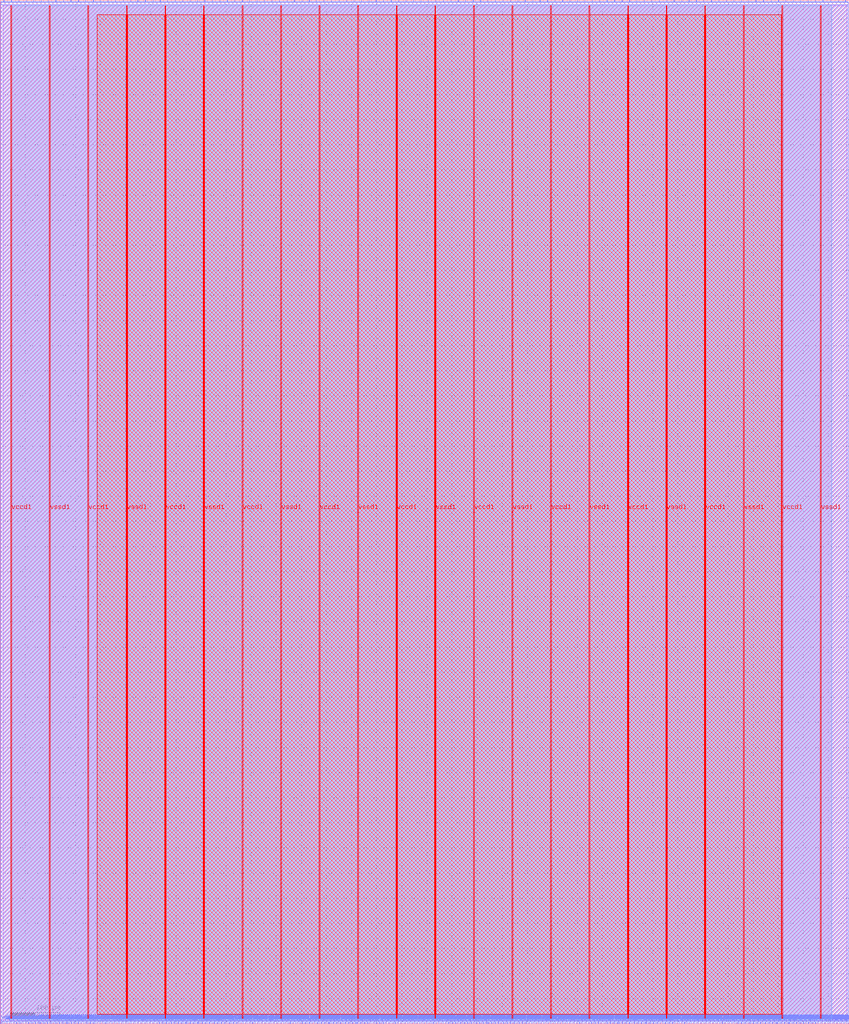
<source format=lef>
VERSION 5.7 ;
  NOWIREEXTENSIONATPIN ON ;
  DIVIDERCHAR "/" ;
  BUSBITCHARS "[]" ;
MACRO user_project
  CLASS BLOCK ;
  FOREIGN user_project ;
  ORIGIN 0.000 0.000 ;
  SIZE 1691.335 BY 2038.115 ;
  PIN io_in[0]
    DIRECTION INPUT ;
    USE SIGNAL ;
    PORT
      LAYER met2 ;
        RECT 7.450 2034.115 7.730 2038.115 ;
    END
  END io_in[0]
  PIN io_in[10]
    DIRECTION INPUT ;
    USE SIGNAL ;
    PORT
      LAYER met2 ;
        RECT 452.270 2034.115 452.550 2038.115 ;
    END
  END io_in[10]
  PIN io_in[11]
    DIRECTION INPUT ;
    USE SIGNAL ;
    PORT
      LAYER met2 ;
        RECT 496.890 2034.115 497.170 2038.115 ;
    END
  END io_in[11]
  PIN io_in[12]
    DIRECTION INPUT ;
    USE SIGNAL ;
    PORT
      LAYER met2 ;
        RECT 541.510 2034.115 541.790 2038.115 ;
    END
  END io_in[12]
  PIN io_in[13]
    DIRECTION INPUT ;
    USE SIGNAL ;
    PORT
      LAYER met2 ;
        RECT 585.670 2034.115 585.950 2038.115 ;
    END
  END io_in[13]
  PIN io_in[14]
    DIRECTION INPUT ;
    USE SIGNAL ;
    PORT
      LAYER met2 ;
        RECT 630.290 2034.115 630.570 2038.115 ;
    END
  END io_in[14]
  PIN io_in[15]
    DIRECTION INPUT ;
    USE SIGNAL ;
    PORT
      LAYER met2 ;
        RECT 674.910 2034.115 675.190 2038.115 ;
    END
  END io_in[15]
  PIN io_in[16]
    DIRECTION INPUT ;
    USE SIGNAL ;
    PORT
      LAYER met2 ;
        RECT 719.530 2034.115 719.810 2038.115 ;
    END
  END io_in[16]
  PIN io_in[17]
    DIRECTION INPUT ;
    USE SIGNAL ;
    PORT
      LAYER met2 ;
        RECT 763.690 2034.115 763.970 2038.115 ;
    END
  END io_in[17]
  PIN io_in[18]
    DIRECTION INPUT ;
    USE SIGNAL ;
    PORT
      LAYER met2 ;
        RECT 808.310 2034.115 808.590 2038.115 ;
    END
  END io_in[18]
  PIN io_in[19]
    DIRECTION INPUT ;
    USE SIGNAL ;
    PORT
      LAYER met2 ;
        RECT 852.930 2034.115 853.210 2038.115 ;
    END
  END io_in[19]
  PIN io_in[1]
    DIRECTION INPUT ;
    USE SIGNAL ;
    PORT
      LAYER met2 ;
        RECT 51.610 2034.115 51.890 2038.115 ;
    END
  END io_in[1]
  PIN io_in[20]
    DIRECTION INPUT ;
    USE SIGNAL ;
    PORT
      LAYER met2 ;
        RECT 897.550 2034.115 897.830 2038.115 ;
    END
  END io_in[20]
  PIN io_in[21]
    DIRECTION INPUT ;
    USE SIGNAL ;
    PORT
      LAYER met2 ;
        RECT 942.170 2034.115 942.450 2038.115 ;
    END
  END io_in[21]
  PIN io_in[22]
    DIRECTION INPUT ;
    USE SIGNAL ;
    PORT
      LAYER met2 ;
        RECT 986.330 2034.115 986.610 2038.115 ;
    END
  END io_in[22]
  PIN io_in[23]
    DIRECTION INPUT ;
    USE SIGNAL ;
    PORT
      LAYER met2 ;
        RECT 1030.950 2034.115 1031.230 2038.115 ;
    END
  END io_in[23]
  PIN io_in[24]
    DIRECTION INPUT ;
    USE SIGNAL ;
    PORT
      LAYER met2 ;
        RECT 1075.570 2034.115 1075.850 2038.115 ;
    END
  END io_in[24]
  PIN io_in[25]
    DIRECTION INPUT ;
    USE SIGNAL ;
    PORT
      LAYER met2 ;
        RECT 1120.190 2034.115 1120.470 2038.115 ;
    END
  END io_in[25]
  PIN io_in[26]
    DIRECTION INPUT ;
    USE SIGNAL ;
    PORT
      LAYER met2 ;
        RECT 1164.350 2034.115 1164.630 2038.115 ;
    END
  END io_in[26]
  PIN io_in[27]
    DIRECTION INPUT ;
    USE SIGNAL ;
    PORT
      LAYER met2 ;
        RECT 1208.970 2034.115 1209.250 2038.115 ;
    END
  END io_in[27]
  PIN io_in[28]
    DIRECTION INPUT ;
    USE SIGNAL ;
    PORT
      LAYER met2 ;
        RECT 1253.590 2034.115 1253.870 2038.115 ;
    END
  END io_in[28]
  PIN io_in[29]
    DIRECTION INPUT ;
    USE SIGNAL ;
    PORT
      LAYER met2 ;
        RECT 1298.210 2034.115 1298.490 2038.115 ;
    END
  END io_in[29]
  PIN io_in[2]
    DIRECTION INPUT ;
    USE SIGNAL ;
    PORT
      LAYER met2 ;
        RECT 96.230 2034.115 96.510 2038.115 ;
    END
  END io_in[2]
  PIN io_in[30]
    DIRECTION INPUT ;
    USE SIGNAL ;
    PORT
      LAYER met2 ;
        RECT 1342.370 2034.115 1342.650 2038.115 ;
    END
  END io_in[30]
  PIN io_in[31]
    DIRECTION INPUT ;
    USE SIGNAL ;
    PORT
      LAYER met2 ;
        RECT 1386.990 2034.115 1387.270 2038.115 ;
    END
  END io_in[31]
  PIN io_in[32]
    DIRECTION INPUT ;
    USE SIGNAL ;
    PORT
      LAYER met2 ;
        RECT 1431.610 2034.115 1431.890 2038.115 ;
    END
  END io_in[32]
  PIN io_in[33]
    DIRECTION INPUT ;
    USE SIGNAL ;
    PORT
      LAYER met2 ;
        RECT 1476.230 2034.115 1476.510 2038.115 ;
    END
  END io_in[33]
  PIN io_in[34]
    DIRECTION INPUT ;
    USE SIGNAL ;
    PORT
      LAYER met2 ;
        RECT 1520.390 2034.115 1520.670 2038.115 ;
    END
  END io_in[34]
  PIN io_in[35]
    DIRECTION INPUT ;
    USE SIGNAL ;
    PORT
      LAYER met2 ;
        RECT 1565.010 2034.115 1565.290 2038.115 ;
    END
  END io_in[35]
  PIN io_in[36]
    DIRECTION INPUT ;
    USE SIGNAL ;
    PORT
      LAYER met2 ;
        RECT 1609.630 2034.115 1609.910 2038.115 ;
    END
  END io_in[36]
  PIN io_in[37]
    DIRECTION INPUT ;
    USE SIGNAL ;
    PORT
      LAYER met2 ;
        RECT 1654.250 2034.115 1654.530 2038.115 ;
    END
  END io_in[37]
  PIN io_in[3]
    DIRECTION INPUT ;
    USE SIGNAL ;
    PORT
      LAYER met2 ;
        RECT 140.850 2034.115 141.130 2038.115 ;
    END
  END io_in[3]
  PIN io_in[4]
    DIRECTION INPUT ;
    USE SIGNAL ;
    PORT
      LAYER met2 ;
        RECT 185.470 2034.115 185.750 2038.115 ;
    END
  END io_in[4]
  PIN io_in[5]
    DIRECTION INPUT ;
    USE SIGNAL ;
    PORT
      LAYER met2 ;
        RECT 229.630 2034.115 229.910 2038.115 ;
    END
  END io_in[5]
  PIN io_in[6]
    DIRECTION INPUT ;
    USE SIGNAL ;
    PORT
      LAYER met2 ;
        RECT 274.250 2034.115 274.530 2038.115 ;
    END
  END io_in[6]
  PIN io_in[7]
    DIRECTION INPUT ;
    USE SIGNAL ;
    PORT
      LAYER met2 ;
        RECT 318.870 2034.115 319.150 2038.115 ;
    END
  END io_in[7]
  PIN io_in[8]
    DIRECTION INPUT ;
    USE SIGNAL ;
    PORT
      LAYER met2 ;
        RECT 363.490 2034.115 363.770 2038.115 ;
    END
  END io_in[8]
  PIN io_in[9]
    DIRECTION INPUT ;
    USE SIGNAL ;
    PORT
      LAYER met2 ;
        RECT 407.650 2034.115 407.930 2038.115 ;
    END
  END io_in[9]
  PIN io_oeb[0]
    DIRECTION OUTPUT TRISTATE ;
    USE SIGNAL ;
    PORT
      LAYER met2 ;
        RECT 22.170 2034.115 22.450 2038.115 ;
    END
  END io_oeb[0]
  PIN io_oeb[10]
    DIRECTION OUTPUT TRISTATE ;
    USE SIGNAL ;
    PORT
      LAYER met2 ;
        RECT 466.990 2034.115 467.270 2038.115 ;
    END
  END io_oeb[10]
  PIN io_oeb[11]
    DIRECTION OUTPUT TRISTATE ;
    USE SIGNAL ;
    PORT
      LAYER met2 ;
        RECT 511.610 2034.115 511.890 2038.115 ;
    END
  END io_oeb[11]
  PIN io_oeb[12]
    DIRECTION OUTPUT TRISTATE ;
    USE SIGNAL ;
    PORT
      LAYER met2 ;
        RECT 556.230 2034.115 556.510 2038.115 ;
    END
  END io_oeb[12]
  PIN io_oeb[13]
    DIRECTION OUTPUT TRISTATE ;
    USE SIGNAL ;
    PORT
      LAYER met2 ;
        RECT 600.850 2034.115 601.130 2038.115 ;
    END
  END io_oeb[13]
  PIN io_oeb[14]
    DIRECTION OUTPUT TRISTATE ;
    USE SIGNAL ;
    PORT
      LAYER met2 ;
        RECT 645.010 2034.115 645.290 2038.115 ;
    END
  END io_oeb[14]
  PIN io_oeb[15]
    DIRECTION OUTPUT TRISTATE ;
    USE SIGNAL ;
    PORT
      LAYER met2 ;
        RECT 689.630 2034.115 689.910 2038.115 ;
    END
  END io_oeb[15]
  PIN io_oeb[16]
    DIRECTION OUTPUT TRISTATE ;
    USE SIGNAL ;
    PORT
      LAYER met2 ;
        RECT 734.250 2034.115 734.530 2038.115 ;
    END
  END io_oeb[16]
  PIN io_oeb[17]
    DIRECTION OUTPUT TRISTATE ;
    USE SIGNAL ;
    PORT
      LAYER met2 ;
        RECT 778.870 2034.115 779.150 2038.115 ;
    END
  END io_oeb[17]
  PIN io_oeb[18]
    DIRECTION OUTPUT TRISTATE ;
    USE SIGNAL ;
    PORT
      LAYER met2 ;
        RECT 823.030 2034.115 823.310 2038.115 ;
    END
  END io_oeb[18]
  PIN io_oeb[19]
    DIRECTION OUTPUT TRISTATE ;
    USE SIGNAL ;
    PORT
      LAYER met2 ;
        RECT 867.650 2034.115 867.930 2038.115 ;
    END
  END io_oeb[19]
  PIN io_oeb[1]
    DIRECTION OUTPUT TRISTATE ;
    USE SIGNAL ;
    PORT
      LAYER met2 ;
        RECT 66.790 2034.115 67.070 2038.115 ;
    END
  END io_oeb[1]
  PIN io_oeb[20]
    DIRECTION OUTPUT TRISTATE ;
    USE SIGNAL ;
    PORT
      LAYER met2 ;
        RECT 912.270 2034.115 912.550 2038.115 ;
    END
  END io_oeb[20]
  PIN io_oeb[21]
    DIRECTION OUTPUT TRISTATE ;
    USE SIGNAL ;
    PORT
      LAYER met2 ;
        RECT 956.890 2034.115 957.170 2038.115 ;
    END
  END io_oeb[21]
  PIN io_oeb[22]
    DIRECTION OUTPUT TRISTATE ;
    USE SIGNAL ;
    PORT
      LAYER met2 ;
        RECT 1001.510 2034.115 1001.790 2038.115 ;
    END
  END io_oeb[22]
  PIN io_oeb[23]
    DIRECTION OUTPUT TRISTATE ;
    USE SIGNAL ;
    PORT
      LAYER met2 ;
        RECT 1045.670 2034.115 1045.950 2038.115 ;
    END
  END io_oeb[23]
  PIN io_oeb[24]
    DIRECTION OUTPUT TRISTATE ;
    USE SIGNAL ;
    PORT
      LAYER met2 ;
        RECT 1090.290 2034.115 1090.570 2038.115 ;
    END
  END io_oeb[24]
  PIN io_oeb[25]
    DIRECTION OUTPUT TRISTATE ;
    USE SIGNAL ;
    PORT
      LAYER met2 ;
        RECT 1134.910 2034.115 1135.190 2038.115 ;
    END
  END io_oeb[25]
  PIN io_oeb[26]
    DIRECTION OUTPUT TRISTATE ;
    USE SIGNAL ;
    PORT
      LAYER met2 ;
        RECT 1179.530 2034.115 1179.810 2038.115 ;
    END
  END io_oeb[26]
  PIN io_oeb[27]
    DIRECTION OUTPUT TRISTATE ;
    USE SIGNAL ;
    PORT
      LAYER met2 ;
        RECT 1223.690 2034.115 1223.970 2038.115 ;
    END
  END io_oeb[27]
  PIN io_oeb[28]
    DIRECTION OUTPUT TRISTATE ;
    USE SIGNAL ;
    PORT
      LAYER met2 ;
        RECT 1268.310 2034.115 1268.590 2038.115 ;
    END
  END io_oeb[28]
  PIN io_oeb[29]
    DIRECTION OUTPUT TRISTATE ;
    USE SIGNAL ;
    PORT
      LAYER met2 ;
        RECT 1312.930 2034.115 1313.210 2038.115 ;
    END
  END io_oeb[29]
  PIN io_oeb[2]
    DIRECTION OUTPUT TRISTATE ;
    USE SIGNAL ;
    PORT
      LAYER met2 ;
        RECT 110.950 2034.115 111.230 2038.115 ;
    END
  END io_oeb[2]
  PIN io_oeb[30]
    DIRECTION OUTPUT TRISTATE ;
    USE SIGNAL ;
    PORT
      LAYER met2 ;
        RECT 1357.550 2034.115 1357.830 2038.115 ;
    END
  END io_oeb[30]
  PIN io_oeb[31]
    DIRECTION OUTPUT TRISTATE ;
    USE SIGNAL ;
    PORT
      LAYER met2 ;
        RECT 1401.710 2034.115 1401.990 2038.115 ;
    END
  END io_oeb[31]
  PIN io_oeb[32]
    DIRECTION OUTPUT TRISTATE ;
    USE SIGNAL ;
    PORT
      LAYER met2 ;
        RECT 1446.330 2034.115 1446.610 2038.115 ;
    END
  END io_oeb[32]
  PIN io_oeb[33]
    DIRECTION OUTPUT TRISTATE ;
    USE SIGNAL ;
    PORT
      LAYER met2 ;
        RECT 1490.950 2034.115 1491.230 2038.115 ;
    END
  END io_oeb[33]
  PIN io_oeb[34]
    DIRECTION OUTPUT TRISTATE ;
    USE SIGNAL ;
    PORT
      LAYER met2 ;
        RECT 1535.570 2034.115 1535.850 2038.115 ;
    END
  END io_oeb[34]
  PIN io_oeb[35]
    DIRECTION OUTPUT TRISTATE ;
    USE SIGNAL ;
    PORT
      LAYER met2 ;
        RECT 1579.730 2034.115 1580.010 2038.115 ;
    END
  END io_oeb[35]
  PIN io_oeb[36]
    DIRECTION OUTPUT TRISTATE ;
    USE SIGNAL ;
    PORT
      LAYER met2 ;
        RECT 1624.350 2034.115 1624.630 2038.115 ;
    END
  END io_oeb[36]
  PIN io_oeb[37]
    DIRECTION OUTPUT TRISTATE ;
    USE SIGNAL ;
    PORT
      LAYER met2 ;
        RECT 1668.970 2034.115 1669.250 2038.115 ;
    END
  END io_oeb[37]
  PIN io_oeb[3]
    DIRECTION OUTPUT TRISTATE ;
    USE SIGNAL ;
    PORT
      LAYER met2 ;
        RECT 155.570 2034.115 155.850 2038.115 ;
    END
  END io_oeb[3]
  PIN io_oeb[4]
    DIRECTION OUTPUT TRISTATE ;
    USE SIGNAL ;
    PORT
      LAYER met2 ;
        RECT 200.190 2034.115 200.470 2038.115 ;
    END
  END io_oeb[4]
  PIN io_oeb[5]
    DIRECTION OUTPUT TRISTATE ;
    USE SIGNAL ;
    PORT
      LAYER met2 ;
        RECT 244.810 2034.115 245.090 2038.115 ;
    END
  END io_oeb[5]
  PIN io_oeb[6]
    DIRECTION OUTPUT TRISTATE ;
    USE SIGNAL ;
    PORT
      LAYER met2 ;
        RECT 288.970 2034.115 289.250 2038.115 ;
    END
  END io_oeb[6]
  PIN io_oeb[7]
    DIRECTION OUTPUT TRISTATE ;
    USE SIGNAL ;
    PORT
      LAYER met2 ;
        RECT 333.590 2034.115 333.870 2038.115 ;
    END
  END io_oeb[7]
  PIN io_oeb[8]
    DIRECTION OUTPUT TRISTATE ;
    USE SIGNAL ;
    PORT
      LAYER met2 ;
        RECT 378.210 2034.115 378.490 2038.115 ;
    END
  END io_oeb[8]
  PIN io_oeb[9]
    DIRECTION OUTPUT TRISTATE ;
    USE SIGNAL ;
    PORT
      LAYER met2 ;
        RECT 422.830 2034.115 423.110 2038.115 ;
    END
  END io_oeb[9]
  PIN io_out[0]
    DIRECTION OUTPUT TRISTATE ;
    USE SIGNAL ;
    PORT
      LAYER met2 ;
        RECT 36.890 2034.115 37.170 2038.115 ;
    END
  END io_out[0]
  PIN io_out[10]
    DIRECTION OUTPUT TRISTATE ;
    USE SIGNAL ;
    PORT
      LAYER met2 ;
        RECT 482.170 2034.115 482.450 2038.115 ;
    END
  END io_out[10]
  PIN io_out[11]
    DIRECTION OUTPUT TRISTATE ;
    USE SIGNAL ;
    PORT
      LAYER met2 ;
        RECT 526.330 2034.115 526.610 2038.115 ;
    END
  END io_out[11]
  PIN io_out[12]
    DIRECTION OUTPUT TRISTATE ;
    USE SIGNAL ;
    PORT
      LAYER met2 ;
        RECT 570.950 2034.115 571.230 2038.115 ;
    END
  END io_out[12]
  PIN io_out[13]
    DIRECTION OUTPUT TRISTATE ;
    USE SIGNAL ;
    PORT
      LAYER met2 ;
        RECT 615.570 2034.115 615.850 2038.115 ;
    END
  END io_out[13]
  PIN io_out[14]
    DIRECTION OUTPUT TRISTATE ;
    USE SIGNAL ;
    PORT
      LAYER met2 ;
        RECT 660.190 2034.115 660.470 2038.115 ;
    END
  END io_out[14]
  PIN io_out[15]
    DIRECTION OUTPUT TRISTATE ;
    USE SIGNAL ;
    PORT
      LAYER met2 ;
        RECT 704.350 2034.115 704.630 2038.115 ;
    END
  END io_out[15]
  PIN io_out[16]
    DIRECTION OUTPUT TRISTATE ;
    USE SIGNAL ;
    PORT
      LAYER met2 ;
        RECT 748.970 2034.115 749.250 2038.115 ;
    END
  END io_out[16]
  PIN io_out[17]
    DIRECTION OUTPUT TRISTATE ;
    USE SIGNAL ;
    PORT
      LAYER met2 ;
        RECT 793.590 2034.115 793.870 2038.115 ;
    END
  END io_out[17]
  PIN io_out[18]
    DIRECTION OUTPUT TRISTATE ;
    USE SIGNAL ;
    PORT
      LAYER met2 ;
        RECT 838.210 2034.115 838.490 2038.115 ;
    END
  END io_out[18]
  PIN io_out[19]
    DIRECTION OUTPUT TRISTATE ;
    USE SIGNAL ;
    PORT
      LAYER met2 ;
        RECT 882.830 2034.115 883.110 2038.115 ;
    END
  END io_out[19]
  PIN io_out[1]
    DIRECTION OUTPUT TRISTATE ;
    USE SIGNAL ;
    PORT
      LAYER met2 ;
        RECT 81.510 2034.115 81.790 2038.115 ;
    END
  END io_out[1]
  PIN io_out[20]
    DIRECTION OUTPUT TRISTATE ;
    USE SIGNAL ;
    PORT
      LAYER met2 ;
        RECT 926.990 2034.115 927.270 2038.115 ;
    END
  END io_out[20]
  PIN io_out[21]
    DIRECTION OUTPUT TRISTATE ;
    USE SIGNAL ;
    PORT
      LAYER met2 ;
        RECT 971.610 2034.115 971.890 2038.115 ;
    END
  END io_out[21]
  PIN io_out[22]
    DIRECTION OUTPUT TRISTATE ;
    USE SIGNAL ;
    PORT
      LAYER met2 ;
        RECT 1016.230 2034.115 1016.510 2038.115 ;
    END
  END io_out[22]
  PIN io_out[23]
    DIRECTION OUTPUT TRISTATE ;
    USE SIGNAL ;
    PORT
      LAYER met2 ;
        RECT 1060.850 2034.115 1061.130 2038.115 ;
    END
  END io_out[23]
  PIN io_out[24]
    DIRECTION OUTPUT TRISTATE ;
    USE SIGNAL ;
    PORT
      LAYER met2 ;
        RECT 1105.010 2034.115 1105.290 2038.115 ;
    END
  END io_out[24]
  PIN io_out[25]
    DIRECTION OUTPUT TRISTATE ;
    USE SIGNAL ;
    PORT
      LAYER met2 ;
        RECT 1149.630 2034.115 1149.910 2038.115 ;
    END
  END io_out[25]
  PIN io_out[26]
    DIRECTION OUTPUT TRISTATE ;
    USE SIGNAL ;
    PORT
      LAYER met2 ;
        RECT 1194.250 2034.115 1194.530 2038.115 ;
    END
  END io_out[26]
  PIN io_out[27]
    DIRECTION OUTPUT TRISTATE ;
    USE SIGNAL ;
    PORT
      LAYER met2 ;
        RECT 1238.870 2034.115 1239.150 2038.115 ;
    END
  END io_out[27]
  PIN io_out[28]
    DIRECTION OUTPUT TRISTATE ;
    USE SIGNAL ;
    PORT
      LAYER met2 ;
        RECT 1283.030 2034.115 1283.310 2038.115 ;
    END
  END io_out[28]
  PIN io_out[29]
    DIRECTION OUTPUT TRISTATE ;
    USE SIGNAL ;
    PORT
      LAYER met2 ;
        RECT 1327.650 2034.115 1327.930 2038.115 ;
    END
  END io_out[29]
  PIN io_out[2]
    DIRECTION OUTPUT TRISTATE ;
    USE SIGNAL ;
    PORT
      LAYER met2 ;
        RECT 126.130 2034.115 126.410 2038.115 ;
    END
  END io_out[2]
  PIN io_out[30]
    DIRECTION OUTPUT TRISTATE ;
    USE SIGNAL ;
    PORT
      LAYER met2 ;
        RECT 1372.270 2034.115 1372.550 2038.115 ;
    END
  END io_out[30]
  PIN io_out[31]
    DIRECTION OUTPUT TRISTATE ;
    USE SIGNAL ;
    PORT
      LAYER met2 ;
        RECT 1416.890 2034.115 1417.170 2038.115 ;
    END
  END io_out[31]
  PIN io_out[32]
    DIRECTION OUTPUT TRISTATE ;
    USE SIGNAL ;
    PORT
      LAYER met2 ;
        RECT 1461.050 2034.115 1461.330 2038.115 ;
    END
  END io_out[32]
  PIN io_out[33]
    DIRECTION OUTPUT TRISTATE ;
    USE SIGNAL ;
    PORT
      LAYER met2 ;
        RECT 1505.670 2034.115 1505.950 2038.115 ;
    END
  END io_out[33]
  PIN io_out[34]
    DIRECTION OUTPUT TRISTATE ;
    USE SIGNAL ;
    PORT
      LAYER met2 ;
        RECT 1550.290 2034.115 1550.570 2038.115 ;
    END
  END io_out[34]
  PIN io_out[35]
    DIRECTION OUTPUT TRISTATE ;
    USE SIGNAL ;
    PORT
      LAYER met2 ;
        RECT 1594.910 2034.115 1595.190 2038.115 ;
    END
  END io_out[35]
  PIN io_out[36]
    DIRECTION OUTPUT TRISTATE ;
    USE SIGNAL ;
    PORT
      LAYER met2 ;
        RECT 1639.070 2034.115 1639.350 2038.115 ;
    END
  END io_out[36]
  PIN io_out[37]
    DIRECTION OUTPUT TRISTATE ;
    USE SIGNAL ;
    PORT
      LAYER met2 ;
        RECT 1683.690 2034.115 1683.970 2038.115 ;
    END
  END io_out[37]
  PIN io_out[3]
    DIRECTION OUTPUT TRISTATE ;
    USE SIGNAL ;
    PORT
      LAYER met2 ;
        RECT 170.290 2034.115 170.570 2038.115 ;
    END
  END io_out[3]
  PIN io_out[4]
    DIRECTION OUTPUT TRISTATE ;
    USE SIGNAL ;
    PORT
      LAYER met2 ;
        RECT 214.910 2034.115 215.190 2038.115 ;
    END
  END io_out[4]
  PIN io_out[5]
    DIRECTION OUTPUT TRISTATE ;
    USE SIGNAL ;
    PORT
      LAYER met2 ;
        RECT 259.530 2034.115 259.810 2038.115 ;
    END
  END io_out[5]
  PIN io_out[6]
    DIRECTION OUTPUT TRISTATE ;
    USE SIGNAL ;
    PORT
      LAYER met2 ;
        RECT 304.150 2034.115 304.430 2038.115 ;
    END
  END io_out[6]
  PIN io_out[7]
    DIRECTION OUTPUT TRISTATE ;
    USE SIGNAL ;
    PORT
      LAYER met2 ;
        RECT 348.310 2034.115 348.590 2038.115 ;
    END
  END io_out[7]
  PIN io_out[8]
    DIRECTION OUTPUT TRISTATE ;
    USE SIGNAL ;
    PORT
      LAYER met2 ;
        RECT 392.930 2034.115 393.210 2038.115 ;
    END
  END io_out[8]
  PIN io_out[9]
    DIRECTION OUTPUT TRISTATE ;
    USE SIGNAL ;
    PORT
      LAYER met2 ;
        RECT 437.550 2034.115 437.830 2038.115 ;
    END
  END io_out[9]
  PIN irq[0]
    DIRECTION OUTPUT TRISTATE ;
    USE SIGNAL ;
    PORT
      LAYER met2 ;
        RECT 1682.310 0.000 1682.590 4.000 ;
    END
  END irq[0]
  PIN irq[1]
    DIRECTION OUTPUT TRISTATE ;
    USE SIGNAL ;
    PORT
      LAYER met2 ;
        RECT 1685.990 0.000 1686.270 4.000 ;
    END
  END irq[1]
  PIN irq[2]
    DIRECTION OUTPUT TRISTATE ;
    USE SIGNAL ;
    PORT
      LAYER met2 ;
        RECT 1689.210 0.000 1689.490 4.000 ;
    END
  END irq[2]
  PIN la_data_in[0]
    DIRECTION INPUT ;
    USE SIGNAL ;
    PORT
      LAYER met2 ;
        RECT 364.870 0.000 365.150 4.000 ;
    END
  END la_data_in[0]
  PIN la_data_in[100]
    DIRECTION INPUT ;
    USE SIGNAL ;
    PORT
      LAYER met2 ;
        RECT 1394.350 0.000 1394.630 4.000 ;
    END
  END la_data_in[100]
  PIN la_data_in[101]
    DIRECTION INPUT ;
    USE SIGNAL ;
    PORT
      LAYER met2 ;
        RECT 1404.470 0.000 1404.750 4.000 ;
    END
  END la_data_in[101]
  PIN la_data_in[102]
    DIRECTION INPUT ;
    USE SIGNAL ;
    PORT
      LAYER met2 ;
        RECT 1414.590 0.000 1414.870 4.000 ;
    END
  END la_data_in[102]
  PIN la_data_in[103]
    DIRECTION INPUT ;
    USE SIGNAL ;
    PORT
      LAYER met2 ;
        RECT 1425.170 0.000 1425.450 4.000 ;
    END
  END la_data_in[103]
  PIN la_data_in[104]
    DIRECTION INPUT ;
    USE SIGNAL ;
    PORT
      LAYER met2 ;
        RECT 1435.290 0.000 1435.570 4.000 ;
    END
  END la_data_in[104]
  PIN la_data_in[105]
    DIRECTION INPUT ;
    USE SIGNAL ;
    PORT
      LAYER met2 ;
        RECT 1445.410 0.000 1445.690 4.000 ;
    END
  END la_data_in[105]
  PIN la_data_in[106]
    DIRECTION INPUT ;
    USE SIGNAL ;
    PORT
      LAYER met2 ;
        RECT 1455.990 0.000 1456.270 4.000 ;
    END
  END la_data_in[106]
  PIN la_data_in[107]
    DIRECTION INPUT ;
    USE SIGNAL ;
    PORT
      LAYER met2 ;
        RECT 1466.110 0.000 1466.390 4.000 ;
    END
  END la_data_in[107]
  PIN la_data_in[108]
    DIRECTION INPUT ;
    USE SIGNAL ;
    PORT
      LAYER met2 ;
        RECT 1476.690 0.000 1476.970 4.000 ;
    END
  END la_data_in[108]
  PIN la_data_in[109]
    DIRECTION INPUT ;
    USE SIGNAL ;
    PORT
      LAYER met2 ;
        RECT 1486.810 0.000 1487.090 4.000 ;
    END
  END la_data_in[109]
  PIN la_data_in[10]
    DIRECTION INPUT ;
    USE SIGNAL ;
    PORT
      LAYER met2 ;
        RECT 467.910 0.000 468.190 4.000 ;
    END
  END la_data_in[10]
  PIN la_data_in[110]
    DIRECTION INPUT ;
    USE SIGNAL ;
    PORT
      LAYER met2 ;
        RECT 1496.930 0.000 1497.210 4.000 ;
    END
  END la_data_in[110]
  PIN la_data_in[111]
    DIRECTION INPUT ;
    USE SIGNAL ;
    PORT
      LAYER met2 ;
        RECT 1507.510 0.000 1507.790 4.000 ;
    END
  END la_data_in[111]
  PIN la_data_in[112]
    DIRECTION INPUT ;
    USE SIGNAL ;
    PORT
      LAYER met2 ;
        RECT 1517.630 0.000 1517.910 4.000 ;
    END
  END la_data_in[112]
  PIN la_data_in[113]
    DIRECTION INPUT ;
    USE SIGNAL ;
    PORT
      LAYER met2 ;
        RECT 1527.750 0.000 1528.030 4.000 ;
    END
  END la_data_in[113]
  PIN la_data_in[114]
    DIRECTION INPUT ;
    USE SIGNAL ;
    PORT
      LAYER met2 ;
        RECT 1538.330 0.000 1538.610 4.000 ;
    END
  END la_data_in[114]
  PIN la_data_in[115]
    DIRECTION INPUT ;
    USE SIGNAL ;
    PORT
      LAYER met2 ;
        RECT 1548.450 0.000 1548.730 4.000 ;
    END
  END la_data_in[115]
  PIN la_data_in[116]
    DIRECTION INPUT ;
    USE SIGNAL ;
    PORT
      LAYER met2 ;
        RECT 1559.030 0.000 1559.310 4.000 ;
    END
  END la_data_in[116]
  PIN la_data_in[117]
    DIRECTION INPUT ;
    USE SIGNAL ;
    PORT
      LAYER met2 ;
        RECT 1569.150 0.000 1569.430 4.000 ;
    END
  END la_data_in[117]
  PIN la_data_in[118]
    DIRECTION INPUT ;
    USE SIGNAL ;
    PORT
      LAYER met2 ;
        RECT 1579.270 0.000 1579.550 4.000 ;
    END
  END la_data_in[118]
  PIN la_data_in[119]
    DIRECTION INPUT ;
    USE SIGNAL ;
    PORT
      LAYER met2 ;
        RECT 1589.850 0.000 1590.130 4.000 ;
    END
  END la_data_in[119]
  PIN la_data_in[11]
    DIRECTION INPUT ;
    USE SIGNAL ;
    PORT
      LAYER met2 ;
        RECT 478.030 0.000 478.310 4.000 ;
    END
  END la_data_in[11]
  PIN la_data_in[120]
    DIRECTION INPUT ;
    USE SIGNAL ;
    PORT
      LAYER met2 ;
        RECT 1599.970 0.000 1600.250 4.000 ;
    END
  END la_data_in[120]
  PIN la_data_in[121]
    DIRECTION INPUT ;
    USE SIGNAL ;
    PORT
      LAYER met2 ;
        RECT 1610.090 0.000 1610.370 4.000 ;
    END
  END la_data_in[121]
  PIN la_data_in[122]
    DIRECTION INPUT ;
    USE SIGNAL ;
    PORT
      LAYER met2 ;
        RECT 1620.670 0.000 1620.950 4.000 ;
    END
  END la_data_in[122]
  PIN la_data_in[123]
    DIRECTION INPUT ;
    USE SIGNAL ;
    PORT
      LAYER met2 ;
        RECT 1630.790 0.000 1631.070 4.000 ;
    END
  END la_data_in[123]
  PIN la_data_in[124]
    DIRECTION INPUT ;
    USE SIGNAL ;
    PORT
      LAYER met2 ;
        RECT 1641.370 0.000 1641.650 4.000 ;
    END
  END la_data_in[124]
  PIN la_data_in[125]
    DIRECTION INPUT ;
    USE SIGNAL ;
    PORT
      LAYER met2 ;
        RECT 1651.490 0.000 1651.770 4.000 ;
    END
  END la_data_in[125]
  PIN la_data_in[126]
    DIRECTION INPUT ;
    USE SIGNAL ;
    PORT
      LAYER met2 ;
        RECT 1661.610 0.000 1661.890 4.000 ;
    END
  END la_data_in[126]
  PIN la_data_in[127]
    DIRECTION INPUT ;
    USE SIGNAL ;
    PORT
      LAYER met2 ;
        RECT 1672.190 0.000 1672.470 4.000 ;
    END
  END la_data_in[127]
  PIN la_data_in[12]
    DIRECTION INPUT ;
    USE SIGNAL ;
    PORT
      LAYER met2 ;
        RECT 488.610 0.000 488.890 4.000 ;
    END
  END la_data_in[12]
  PIN la_data_in[13]
    DIRECTION INPUT ;
    USE SIGNAL ;
    PORT
      LAYER met2 ;
        RECT 498.730 0.000 499.010 4.000 ;
    END
  END la_data_in[13]
  PIN la_data_in[14]
    DIRECTION INPUT ;
    USE SIGNAL ;
    PORT
      LAYER met2 ;
        RECT 508.850 0.000 509.130 4.000 ;
    END
  END la_data_in[14]
  PIN la_data_in[15]
    DIRECTION INPUT ;
    USE SIGNAL ;
    PORT
      LAYER met2 ;
        RECT 519.430 0.000 519.710 4.000 ;
    END
  END la_data_in[15]
  PIN la_data_in[16]
    DIRECTION INPUT ;
    USE SIGNAL ;
    PORT
      LAYER met2 ;
        RECT 529.550 0.000 529.830 4.000 ;
    END
  END la_data_in[16]
  PIN la_data_in[17]
    DIRECTION INPUT ;
    USE SIGNAL ;
    PORT
      LAYER met2 ;
        RECT 539.670 0.000 539.950 4.000 ;
    END
  END la_data_in[17]
  PIN la_data_in[18]
    DIRECTION INPUT ;
    USE SIGNAL ;
    PORT
      LAYER met2 ;
        RECT 550.250 0.000 550.530 4.000 ;
    END
  END la_data_in[18]
  PIN la_data_in[19]
    DIRECTION INPUT ;
    USE SIGNAL ;
    PORT
      LAYER met2 ;
        RECT 560.370 0.000 560.650 4.000 ;
    END
  END la_data_in[19]
  PIN la_data_in[1]
    DIRECTION INPUT ;
    USE SIGNAL ;
    PORT
      LAYER met2 ;
        RECT 374.990 0.000 375.270 4.000 ;
    END
  END la_data_in[1]
  PIN la_data_in[20]
    DIRECTION INPUT ;
    USE SIGNAL ;
    PORT
      LAYER met2 ;
        RECT 570.950 0.000 571.230 4.000 ;
    END
  END la_data_in[20]
  PIN la_data_in[21]
    DIRECTION INPUT ;
    USE SIGNAL ;
    PORT
      LAYER met2 ;
        RECT 581.070 0.000 581.350 4.000 ;
    END
  END la_data_in[21]
  PIN la_data_in[22]
    DIRECTION INPUT ;
    USE SIGNAL ;
    PORT
      LAYER met2 ;
        RECT 591.190 0.000 591.470 4.000 ;
    END
  END la_data_in[22]
  PIN la_data_in[23]
    DIRECTION INPUT ;
    USE SIGNAL ;
    PORT
      LAYER met2 ;
        RECT 601.770 0.000 602.050 4.000 ;
    END
  END la_data_in[23]
  PIN la_data_in[24]
    DIRECTION INPUT ;
    USE SIGNAL ;
    PORT
      LAYER met2 ;
        RECT 611.890 0.000 612.170 4.000 ;
    END
  END la_data_in[24]
  PIN la_data_in[25]
    DIRECTION INPUT ;
    USE SIGNAL ;
    PORT
      LAYER met2 ;
        RECT 622.010 0.000 622.290 4.000 ;
    END
  END la_data_in[25]
  PIN la_data_in[26]
    DIRECTION INPUT ;
    USE SIGNAL ;
    PORT
      LAYER met2 ;
        RECT 632.590 0.000 632.870 4.000 ;
    END
  END la_data_in[26]
  PIN la_data_in[27]
    DIRECTION INPUT ;
    USE SIGNAL ;
    PORT
      LAYER met2 ;
        RECT 642.710 0.000 642.990 4.000 ;
    END
  END la_data_in[27]
  PIN la_data_in[28]
    DIRECTION INPUT ;
    USE SIGNAL ;
    PORT
      LAYER met2 ;
        RECT 653.290 0.000 653.570 4.000 ;
    END
  END la_data_in[28]
  PIN la_data_in[29]
    DIRECTION INPUT ;
    USE SIGNAL ;
    PORT
      LAYER met2 ;
        RECT 663.410 0.000 663.690 4.000 ;
    END
  END la_data_in[29]
  PIN la_data_in[2]
    DIRECTION INPUT ;
    USE SIGNAL ;
    PORT
      LAYER met2 ;
        RECT 385.570 0.000 385.850 4.000 ;
    END
  END la_data_in[2]
  PIN la_data_in[30]
    DIRECTION INPUT ;
    USE SIGNAL ;
    PORT
      LAYER met2 ;
        RECT 673.530 0.000 673.810 4.000 ;
    END
  END la_data_in[30]
  PIN la_data_in[31]
    DIRECTION INPUT ;
    USE SIGNAL ;
    PORT
      LAYER met2 ;
        RECT 684.110 0.000 684.390 4.000 ;
    END
  END la_data_in[31]
  PIN la_data_in[32]
    DIRECTION INPUT ;
    USE SIGNAL ;
    PORT
      LAYER met2 ;
        RECT 694.230 0.000 694.510 4.000 ;
    END
  END la_data_in[32]
  PIN la_data_in[33]
    DIRECTION INPUT ;
    USE SIGNAL ;
    PORT
      LAYER met2 ;
        RECT 704.350 0.000 704.630 4.000 ;
    END
  END la_data_in[33]
  PIN la_data_in[34]
    DIRECTION INPUT ;
    USE SIGNAL ;
    PORT
      LAYER met2 ;
        RECT 714.930 0.000 715.210 4.000 ;
    END
  END la_data_in[34]
  PIN la_data_in[35]
    DIRECTION INPUT ;
    USE SIGNAL ;
    PORT
      LAYER met2 ;
        RECT 725.050 0.000 725.330 4.000 ;
    END
  END la_data_in[35]
  PIN la_data_in[36]
    DIRECTION INPUT ;
    USE SIGNAL ;
    PORT
      LAYER met2 ;
        RECT 735.630 0.000 735.910 4.000 ;
    END
  END la_data_in[36]
  PIN la_data_in[37]
    DIRECTION INPUT ;
    USE SIGNAL ;
    PORT
      LAYER met2 ;
        RECT 745.750 0.000 746.030 4.000 ;
    END
  END la_data_in[37]
  PIN la_data_in[38]
    DIRECTION INPUT ;
    USE SIGNAL ;
    PORT
      LAYER met2 ;
        RECT 755.870 0.000 756.150 4.000 ;
    END
  END la_data_in[38]
  PIN la_data_in[39]
    DIRECTION INPUT ;
    USE SIGNAL ;
    PORT
      LAYER met2 ;
        RECT 766.450 0.000 766.730 4.000 ;
    END
  END la_data_in[39]
  PIN la_data_in[3]
    DIRECTION INPUT ;
    USE SIGNAL ;
    PORT
      LAYER met2 ;
        RECT 395.690 0.000 395.970 4.000 ;
    END
  END la_data_in[3]
  PIN la_data_in[40]
    DIRECTION INPUT ;
    USE SIGNAL ;
    PORT
      LAYER met2 ;
        RECT 776.570 0.000 776.850 4.000 ;
    END
  END la_data_in[40]
  PIN la_data_in[41]
    DIRECTION INPUT ;
    USE SIGNAL ;
    PORT
      LAYER met2 ;
        RECT 786.690 0.000 786.970 4.000 ;
    END
  END la_data_in[41]
  PIN la_data_in[42]
    DIRECTION INPUT ;
    USE SIGNAL ;
    PORT
      LAYER met2 ;
        RECT 797.270 0.000 797.550 4.000 ;
    END
  END la_data_in[42]
  PIN la_data_in[43]
    DIRECTION INPUT ;
    USE SIGNAL ;
    PORT
      LAYER met2 ;
        RECT 807.390 0.000 807.670 4.000 ;
    END
  END la_data_in[43]
  PIN la_data_in[44]
    DIRECTION INPUT ;
    USE SIGNAL ;
    PORT
      LAYER met2 ;
        RECT 817.970 0.000 818.250 4.000 ;
    END
  END la_data_in[44]
  PIN la_data_in[45]
    DIRECTION INPUT ;
    USE SIGNAL ;
    PORT
      LAYER met2 ;
        RECT 828.090 0.000 828.370 4.000 ;
    END
  END la_data_in[45]
  PIN la_data_in[46]
    DIRECTION INPUT ;
    USE SIGNAL ;
    PORT
      LAYER met2 ;
        RECT 838.210 0.000 838.490 4.000 ;
    END
  END la_data_in[46]
  PIN la_data_in[47]
    DIRECTION INPUT ;
    USE SIGNAL ;
    PORT
      LAYER met2 ;
        RECT 848.790 0.000 849.070 4.000 ;
    END
  END la_data_in[47]
  PIN la_data_in[48]
    DIRECTION INPUT ;
    USE SIGNAL ;
    PORT
      LAYER met2 ;
        RECT 858.910 0.000 859.190 4.000 ;
    END
  END la_data_in[48]
  PIN la_data_in[49]
    DIRECTION INPUT ;
    USE SIGNAL ;
    PORT
      LAYER met2 ;
        RECT 869.030 0.000 869.310 4.000 ;
    END
  END la_data_in[49]
  PIN la_data_in[4]
    DIRECTION INPUT ;
    USE SIGNAL ;
    PORT
      LAYER met2 ;
        RECT 406.270 0.000 406.550 4.000 ;
    END
  END la_data_in[4]
  PIN la_data_in[50]
    DIRECTION INPUT ;
    USE SIGNAL ;
    PORT
      LAYER met2 ;
        RECT 879.610 0.000 879.890 4.000 ;
    END
  END la_data_in[50]
  PIN la_data_in[51]
    DIRECTION INPUT ;
    USE SIGNAL ;
    PORT
      LAYER met2 ;
        RECT 889.730 0.000 890.010 4.000 ;
    END
  END la_data_in[51]
  PIN la_data_in[52]
    DIRECTION INPUT ;
    USE SIGNAL ;
    PORT
      LAYER met2 ;
        RECT 900.310 0.000 900.590 4.000 ;
    END
  END la_data_in[52]
  PIN la_data_in[53]
    DIRECTION INPUT ;
    USE SIGNAL ;
    PORT
      LAYER met2 ;
        RECT 910.430 0.000 910.710 4.000 ;
    END
  END la_data_in[53]
  PIN la_data_in[54]
    DIRECTION INPUT ;
    USE SIGNAL ;
    PORT
      LAYER met2 ;
        RECT 920.550 0.000 920.830 4.000 ;
    END
  END la_data_in[54]
  PIN la_data_in[55]
    DIRECTION INPUT ;
    USE SIGNAL ;
    PORT
      LAYER met2 ;
        RECT 931.130 0.000 931.410 4.000 ;
    END
  END la_data_in[55]
  PIN la_data_in[56]
    DIRECTION INPUT ;
    USE SIGNAL ;
    PORT
      LAYER met2 ;
        RECT 941.250 0.000 941.530 4.000 ;
    END
  END la_data_in[56]
  PIN la_data_in[57]
    DIRECTION INPUT ;
    USE SIGNAL ;
    PORT
      LAYER met2 ;
        RECT 951.370 0.000 951.650 4.000 ;
    END
  END la_data_in[57]
  PIN la_data_in[58]
    DIRECTION INPUT ;
    USE SIGNAL ;
    PORT
      LAYER met2 ;
        RECT 961.950 0.000 962.230 4.000 ;
    END
  END la_data_in[58]
  PIN la_data_in[59]
    DIRECTION INPUT ;
    USE SIGNAL ;
    PORT
      LAYER met2 ;
        RECT 972.070 0.000 972.350 4.000 ;
    END
  END la_data_in[59]
  PIN la_data_in[5]
    DIRECTION INPUT ;
    USE SIGNAL ;
    PORT
      LAYER met2 ;
        RECT 416.390 0.000 416.670 4.000 ;
    END
  END la_data_in[5]
  PIN la_data_in[60]
    DIRECTION INPUT ;
    USE SIGNAL ;
    PORT
      LAYER met2 ;
        RECT 982.650 0.000 982.930 4.000 ;
    END
  END la_data_in[60]
  PIN la_data_in[61]
    DIRECTION INPUT ;
    USE SIGNAL ;
    PORT
      LAYER met2 ;
        RECT 992.770 0.000 993.050 4.000 ;
    END
  END la_data_in[61]
  PIN la_data_in[62]
    DIRECTION INPUT ;
    USE SIGNAL ;
    PORT
      LAYER met2 ;
        RECT 1002.890 0.000 1003.170 4.000 ;
    END
  END la_data_in[62]
  PIN la_data_in[63]
    DIRECTION INPUT ;
    USE SIGNAL ;
    PORT
      LAYER met2 ;
        RECT 1013.470 0.000 1013.750 4.000 ;
    END
  END la_data_in[63]
  PIN la_data_in[64]
    DIRECTION INPUT ;
    USE SIGNAL ;
    PORT
      LAYER met2 ;
        RECT 1023.590 0.000 1023.870 4.000 ;
    END
  END la_data_in[64]
  PIN la_data_in[65]
    DIRECTION INPUT ;
    USE SIGNAL ;
    PORT
      LAYER met2 ;
        RECT 1033.710 0.000 1033.990 4.000 ;
    END
  END la_data_in[65]
  PIN la_data_in[66]
    DIRECTION INPUT ;
    USE SIGNAL ;
    PORT
      LAYER met2 ;
        RECT 1044.290 0.000 1044.570 4.000 ;
    END
  END la_data_in[66]
  PIN la_data_in[67]
    DIRECTION INPUT ;
    USE SIGNAL ;
    PORT
      LAYER met2 ;
        RECT 1054.410 0.000 1054.690 4.000 ;
    END
  END la_data_in[67]
  PIN la_data_in[68]
    DIRECTION INPUT ;
    USE SIGNAL ;
    PORT
      LAYER met2 ;
        RECT 1064.990 0.000 1065.270 4.000 ;
    END
  END la_data_in[68]
  PIN la_data_in[69]
    DIRECTION INPUT ;
    USE SIGNAL ;
    PORT
      LAYER met2 ;
        RECT 1075.110 0.000 1075.390 4.000 ;
    END
  END la_data_in[69]
  PIN la_data_in[6]
    DIRECTION INPUT ;
    USE SIGNAL ;
    PORT
      LAYER met2 ;
        RECT 426.510 0.000 426.790 4.000 ;
    END
  END la_data_in[6]
  PIN la_data_in[70]
    DIRECTION INPUT ;
    USE SIGNAL ;
    PORT
      LAYER met2 ;
        RECT 1085.230 0.000 1085.510 4.000 ;
    END
  END la_data_in[70]
  PIN la_data_in[71]
    DIRECTION INPUT ;
    USE SIGNAL ;
    PORT
      LAYER met2 ;
        RECT 1095.810 0.000 1096.090 4.000 ;
    END
  END la_data_in[71]
  PIN la_data_in[72]
    DIRECTION INPUT ;
    USE SIGNAL ;
    PORT
      LAYER met2 ;
        RECT 1105.930 0.000 1106.210 4.000 ;
    END
  END la_data_in[72]
  PIN la_data_in[73]
    DIRECTION INPUT ;
    USE SIGNAL ;
    PORT
      LAYER met2 ;
        RECT 1116.050 0.000 1116.330 4.000 ;
    END
  END la_data_in[73]
  PIN la_data_in[74]
    DIRECTION INPUT ;
    USE SIGNAL ;
    PORT
      LAYER met2 ;
        RECT 1126.630 0.000 1126.910 4.000 ;
    END
  END la_data_in[74]
  PIN la_data_in[75]
    DIRECTION INPUT ;
    USE SIGNAL ;
    PORT
      LAYER met2 ;
        RECT 1136.750 0.000 1137.030 4.000 ;
    END
  END la_data_in[75]
  PIN la_data_in[76]
    DIRECTION INPUT ;
    USE SIGNAL ;
    PORT
      LAYER met2 ;
        RECT 1147.330 0.000 1147.610 4.000 ;
    END
  END la_data_in[76]
  PIN la_data_in[77]
    DIRECTION INPUT ;
    USE SIGNAL ;
    PORT
      LAYER met2 ;
        RECT 1157.450 0.000 1157.730 4.000 ;
    END
  END la_data_in[77]
  PIN la_data_in[78]
    DIRECTION INPUT ;
    USE SIGNAL ;
    PORT
      LAYER met2 ;
        RECT 1167.570 0.000 1167.850 4.000 ;
    END
  END la_data_in[78]
  PIN la_data_in[79]
    DIRECTION INPUT ;
    USE SIGNAL ;
    PORT
      LAYER met2 ;
        RECT 1178.150 0.000 1178.430 4.000 ;
    END
  END la_data_in[79]
  PIN la_data_in[7]
    DIRECTION INPUT ;
    USE SIGNAL ;
    PORT
      LAYER met2 ;
        RECT 437.090 0.000 437.370 4.000 ;
    END
  END la_data_in[7]
  PIN la_data_in[80]
    DIRECTION INPUT ;
    USE SIGNAL ;
    PORT
      LAYER met2 ;
        RECT 1188.270 0.000 1188.550 4.000 ;
    END
  END la_data_in[80]
  PIN la_data_in[81]
    DIRECTION INPUT ;
    USE SIGNAL ;
    PORT
      LAYER met2 ;
        RECT 1198.390 0.000 1198.670 4.000 ;
    END
  END la_data_in[81]
  PIN la_data_in[82]
    DIRECTION INPUT ;
    USE SIGNAL ;
    PORT
      LAYER met2 ;
        RECT 1208.970 0.000 1209.250 4.000 ;
    END
  END la_data_in[82]
  PIN la_data_in[83]
    DIRECTION INPUT ;
    USE SIGNAL ;
    PORT
      LAYER met2 ;
        RECT 1219.090 0.000 1219.370 4.000 ;
    END
  END la_data_in[83]
  PIN la_data_in[84]
    DIRECTION INPUT ;
    USE SIGNAL ;
    PORT
      LAYER met2 ;
        RECT 1229.670 0.000 1229.950 4.000 ;
    END
  END la_data_in[84]
  PIN la_data_in[85]
    DIRECTION INPUT ;
    USE SIGNAL ;
    PORT
      LAYER met2 ;
        RECT 1239.790 0.000 1240.070 4.000 ;
    END
  END la_data_in[85]
  PIN la_data_in[86]
    DIRECTION INPUT ;
    USE SIGNAL ;
    PORT
      LAYER met2 ;
        RECT 1249.910 0.000 1250.190 4.000 ;
    END
  END la_data_in[86]
  PIN la_data_in[87]
    DIRECTION INPUT ;
    USE SIGNAL ;
    PORT
      LAYER met2 ;
        RECT 1260.490 0.000 1260.770 4.000 ;
    END
  END la_data_in[87]
  PIN la_data_in[88]
    DIRECTION INPUT ;
    USE SIGNAL ;
    PORT
      LAYER met2 ;
        RECT 1270.610 0.000 1270.890 4.000 ;
    END
  END la_data_in[88]
  PIN la_data_in[89]
    DIRECTION INPUT ;
    USE SIGNAL ;
    PORT
      LAYER met2 ;
        RECT 1280.730 0.000 1281.010 4.000 ;
    END
  END la_data_in[89]
  PIN la_data_in[8]
    DIRECTION INPUT ;
    USE SIGNAL ;
    PORT
      LAYER met2 ;
        RECT 447.210 0.000 447.490 4.000 ;
    END
  END la_data_in[8]
  PIN la_data_in[90]
    DIRECTION INPUT ;
    USE SIGNAL ;
    PORT
      LAYER met2 ;
        RECT 1291.310 0.000 1291.590 4.000 ;
    END
  END la_data_in[90]
  PIN la_data_in[91]
    DIRECTION INPUT ;
    USE SIGNAL ;
    PORT
      LAYER met2 ;
        RECT 1301.430 0.000 1301.710 4.000 ;
    END
  END la_data_in[91]
  PIN la_data_in[92]
    DIRECTION INPUT ;
    USE SIGNAL ;
    PORT
      LAYER met2 ;
        RECT 1312.010 0.000 1312.290 4.000 ;
    END
  END la_data_in[92]
  PIN la_data_in[93]
    DIRECTION INPUT ;
    USE SIGNAL ;
    PORT
      LAYER met2 ;
        RECT 1322.130 0.000 1322.410 4.000 ;
    END
  END la_data_in[93]
  PIN la_data_in[94]
    DIRECTION INPUT ;
    USE SIGNAL ;
    PORT
      LAYER met2 ;
        RECT 1332.250 0.000 1332.530 4.000 ;
    END
  END la_data_in[94]
  PIN la_data_in[95]
    DIRECTION INPUT ;
    USE SIGNAL ;
    PORT
      LAYER met2 ;
        RECT 1342.830 0.000 1343.110 4.000 ;
    END
  END la_data_in[95]
  PIN la_data_in[96]
    DIRECTION INPUT ;
    USE SIGNAL ;
    PORT
      LAYER met2 ;
        RECT 1352.950 0.000 1353.230 4.000 ;
    END
  END la_data_in[96]
  PIN la_data_in[97]
    DIRECTION INPUT ;
    USE SIGNAL ;
    PORT
      LAYER met2 ;
        RECT 1363.070 0.000 1363.350 4.000 ;
    END
  END la_data_in[97]
  PIN la_data_in[98]
    DIRECTION INPUT ;
    USE SIGNAL ;
    PORT
      LAYER met2 ;
        RECT 1373.650 0.000 1373.930 4.000 ;
    END
  END la_data_in[98]
  PIN la_data_in[99]
    DIRECTION INPUT ;
    USE SIGNAL ;
    PORT
      LAYER met2 ;
        RECT 1383.770 0.000 1384.050 4.000 ;
    END
  END la_data_in[99]
  PIN la_data_in[9]
    DIRECTION INPUT ;
    USE SIGNAL ;
    PORT
      LAYER met2 ;
        RECT 457.330 0.000 457.610 4.000 ;
    END
  END la_data_in[9]
  PIN la_data_out[0]
    DIRECTION OUTPUT TRISTATE ;
    USE SIGNAL ;
    PORT
      LAYER met2 ;
        RECT 368.550 0.000 368.830 4.000 ;
    END
  END la_data_out[0]
  PIN la_data_out[100]
    DIRECTION OUTPUT TRISTATE ;
    USE SIGNAL ;
    PORT
      LAYER met2 ;
        RECT 1397.570 0.000 1397.850 4.000 ;
    END
  END la_data_out[100]
  PIN la_data_out[101]
    DIRECTION OUTPUT TRISTATE ;
    USE SIGNAL ;
    PORT
      LAYER met2 ;
        RECT 1407.690 0.000 1407.970 4.000 ;
    END
  END la_data_out[101]
  PIN la_data_out[102]
    DIRECTION OUTPUT TRISTATE ;
    USE SIGNAL ;
    PORT
      LAYER met2 ;
        RECT 1418.270 0.000 1418.550 4.000 ;
    END
  END la_data_out[102]
  PIN la_data_out[103]
    DIRECTION OUTPUT TRISTATE ;
    USE SIGNAL ;
    PORT
      LAYER met2 ;
        RECT 1428.390 0.000 1428.670 4.000 ;
    END
  END la_data_out[103]
  PIN la_data_out[104]
    DIRECTION OUTPUT TRISTATE ;
    USE SIGNAL ;
    PORT
      LAYER met2 ;
        RECT 1438.970 0.000 1439.250 4.000 ;
    END
  END la_data_out[104]
  PIN la_data_out[105]
    DIRECTION OUTPUT TRISTATE ;
    USE SIGNAL ;
    PORT
      LAYER met2 ;
        RECT 1449.090 0.000 1449.370 4.000 ;
    END
  END la_data_out[105]
  PIN la_data_out[106]
    DIRECTION OUTPUT TRISTATE ;
    USE SIGNAL ;
    PORT
      LAYER met2 ;
        RECT 1459.210 0.000 1459.490 4.000 ;
    END
  END la_data_out[106]
  PIN la_data_out[107]
    DIRECTION OUTPUT TRISTATE ;
    USE SIGNAL ;
    PORT
      LAYER met2 ;
        RECT 1469.790 0.000 1470.070 4.000 ;
    END
  END la_data_out[107]
  PIN la_data_out[108]
    DIRECTION OUTPUT TRISTATE ;
    USE SIGNAL ;
    PORT
      LAYER met2 ;
        RECT 1479.910 0.000 1480.190 4.000 ;
    END
  END la_data_out[108]
  PIN la_data_out[109]
    DIRECTION OUTPUT TRISTATE ;
    USE SIGNAL ;
    PORT
      LAYER met2 ;
        RECT 1490.030 0.000 1490.310 4.000 ;
    END
  END la_data_out[109]
  PIN la_data_out[10]
    DIRECTION OUTPUT TRISTATE ;
    USE SIGNAL ;
    PORT
      LAYER met2 ;
        RECT 471.130 0.000 471.410 4.000 ;
    END
  END la_data_out[10]
  PIN la_data_out[110]
    DIRECTION OUTPUT TRISTATE ;
    USE SIGNAL ;
    PORT
      LAYER met2 ;
        RECT 1500.610 0.000 1500.890 4.000 ;
    END
  END la_data_out[110]
  PIN la_data_out[111]
    DIRECTION OUTPUT TRISTATE ;
    USE SIGNAL ;
    PORT
      LAYER met2 ;
        RECT 1510.730 0.000 1511.010 4.000 ;
    END
  END la_data_out[111]
  PIN la_data_out[112]
    DIRECTION OUTPUT TRISTATE ;
    USE SIGNAL ;
    PORT
      LAYER met2 ;
        RECT 1521.310 0.000 1521.590 4.000 ;
    END
  END la_data_out[112]
  PIN la_data_out[113]
    DIRECTION OUTPUT TRISTATE ;
    USE SIGNAL ;
    PORT
      LAYER met2 ;
        RECT 1531.430 0.000 1531.710 4.000 ;
    END
  END la_data_out[113]
  PIN la_data_out[114]
    DIRECTION OUTPUT TRISTATE ;
    USE SIGNAL ;
    PORT
      LAYER met2 ;
        RECT 1541.550 0.000 1541.830 4.000 ;
    END
  END la_data_out[114]
  PIN la_data_out[115]
    DIRECTION OUTPUT TRISTATE ;
    USE SIGNAL ;
    PORT
      LAYER met2 ;
        RECT 1552.130 0.000 1552.410 4.000 ;
    END
  END la_data_out[115]
  PIN la_data_out[116]
    DIRECTION OUTPUT TRISTATE ;
    USE SIGNAL ;
    PORT
      LAYER met2 ;
        RECT 1562.250 0.000 1562.530 4.000 ;
    END
  END la_data_out[116]
  PIN la_data_out[117]
    DIRECTION OUTPUT TRISTATE ;
    USE SIGNAL ;
    PORT
      LAYER met2 ;
        RECT 1572.370 0.000 1572.650 4.000 ;
    END
  END la_data_out[117]
  PIN la_data_out[118]
    DIRECTION OUTPUT TRISTATE ;
    USE SIGNAL ;
    PORT
      LAYER met2 ;
        RECT 1582.950 0.000 1583.230 4.000 ;
    END
  END la_data_out[118]
  PIN la_data_out[119]
    DIRECTION OUTPUT TRISTATE ;
    USE SIGNAL ;
    PORT
      LAYER met2 ;
        RECT 1593.070 0.000 1593.350 4.000 ;
    END
  END la_data_out[119]
  PIN la_data_out[11]
    DIRECTION OUTPUT TRISTATE ;
    USE SIGNAL ;
    PORT
      LAYER met2 ;
        RECT 481.710 0.000 481.990 4.000 ;
    END
  END la_data_out[11]
  PIN la_data_out[120]
    DIRECTION OUTPUT TRISTATE ;
    USE SIGNAL ;
    PORT
      LAYER met2 ;
        RECT 1603.650 0.000 1603.930 4.000 ;
    END
  END la_data_out[120]
  PIN la_data_out[121]
    DIRECTION OUTPUT TRISTATE ;
    USE SIGNAL ;
    PORT
      LAYER met2 ;
        RECT 1613.770 0.000 1614.050 4.000 ;
    END
  END la_data_out[121]
  PIN la_data_out[122]
    DIRECTION OUTPUT TRISTATE ;
    USE SIGNAL ;
    PORT
      LAYER met2 ;
        RECT 1623.890 0.000 1624.170 4.000 ;
    END
  END la_data_out[122]
  PIN la_data_out[123]
    DIRECTION OUTPUT TRISTATE ;
    USE SIGNAL ;
    PORT
      LAYER met2 ;
        RECT 1634.470 0.000 1634.750 4.000 ;
    END
  END la_data_out[123]
  PIN la_data_out[124]
    DIRECTION OUTPUT TRISTATE ;
    USE SIGNAL ;
    PORT
      LAYER met2 ;
        RECT 1644.590 0.000 1644.870 4.000 ;
    END
  END la_data_out[124]
  PIN la_data_out[125]
    DIRECTION OUTPUT TRISTATE ;
    USE SIGNAL ;
    PORT
      LAYER met2 ;
        RECT 1654.710 0.000 1654.990 4.000 ;
    END
  END la_data_out[125]
  PIN la_data_out[126]
    DIRECTION OUTPUT TRISTATE ;
    USE SIGNAL ;
    PORT
      LAYER met2 ;
        RECT 1665.290 0.000 1665.570 4.000 ;
    END
  END la_data_out[126]
  PIN la_data_out[127]
    DIRECTION OUTPUT TRISTATE ;
    USE SIGNAL ;
    PORT
      LAYER met2 ;
        RECT 1675.410 0.000 1675.690 4.000 ;
    END
  END la_data_out[127]
  PIN la_data_out[12]
    DIRECTION OUTPUT TRISTATE ;
    USE SIGNAL ;
    PORT
      LAYER met2 ;
        RECT 491.830 0.000 492.110 4.000 ;
    END
  END la_data_out[12]
  PIN la_data_out[13]
    DIRECTION OUTPUT TRISTATE ;
    USE SIGNAL ;
    PORT
      LAYER met2 ;
        RECT 501.950 0.000 502.230 4.000 ;
    END
  END la_data_out[13]
  PIN la_data_out[14]
    DIRECTION OUTPUT TRISTATE ;
    USE SIGNAL ;
    PORT
      LAYER met2 ;
        RECT 512.530 0.000 512.810 4.000 ;
    END
  END la_data_out[14]
  PIN la_data_out[15]
    DIRECTION OUTPUT TRISTATE ;
    USE SIGNAL ;
    PORT
      LAYER met2 ;
        RECT 522.650 0.000 522.930 4.000 ;
    END
  END la_data_out[15]
  PIN la_data_out[16]
    DIRECTION OUTPUT TRISTATE ;
    USE SIGNAL ;
    PORT
      LAYER met2 ;
        RECT 533.230 0.000 533.510 4.000 ;
    END
  END la_data_out[16]
  PIN la_data_out[17]
    DIRECTION OUTPUT TRISTATE ;
    USE SIGNAL ;
    PORT
      LAYER met2 ;
        RECT 543.350 0.000 543.630 4.000 ;
    END
  END la_data_out[17]
  PIN la_data_out[18]
    DIRECTION OUTPUT TRISTATE ;
    USE SIGNAL ;
    PORT
      LAYER met2 ;
        RECT 553.470 0.000 553.750 4.000 ;
    END
  END la_data_out[18]
  PIN la_data_out[19]
    DIRECTION OUTPUT TRISTATE ;
    USE SIGNAL ;
    PORT
      LAYER met2 ;
        RECT 564.050 0.000 564.330 4.000 ;
    END
  END la_data_out[19]
  PIN la_data_out[1]
    DIRECTION OUTPUT TRISTATE ;
    USE SIGNAL ;
    PORT
      LAYER met2 ;
        RECT 378.670 0.000 378.950 4.000 ;
    END
  END la_data_out[1]
  PIN la_data_out[20]
    DIRECTION OUTPUT TRISTATE ;
    USE SIGNAL ;
    PORT
      LAYER met2 ;
        RECT 574.170 0.000 574.450 4.000 ;
    END
  END la_data_out[20]
  PIN la_data_out[21]
    DIRECTION OUTPUT TRISTATE ;
    USE SIGNAL ;
    PORT
      LAYER met2 ;
        RECT 584.290 0.000 584.570 4.000 ;
    END
  END la_data_out[21]
  PIN la_data_out[22]
    DIRECTION OUTPUT TRISTATE ;
    USE SIGNAL ;
    PORT
      LAYER met2 ;
        RECT 594.870 0.000 595.150 4.000 ;
    END
  END la_data_out[22]
  PIN la_data_out[23]
    DIRECTION OUTPUT TRISTATE ;
    USE SIGNAL ;
    PORT
      LAYER met2 ;
        RECT 604.990 0.000 605.270 4.000 ;
    END
  END la_data_out[23]
  PIN la_data_out[24]
    DIRECTION OUTPUT TRISTATE ;
    USE SIGNAL ;
    PORT
      LAYER met2 ;
        RECT 615.570 0.000 615.850 4.000 ;
    END
  END la_data_out[24]
  PIN la_data_out[25]
    DIRECTION OUTPUT TRISTATE ;
    USE SIGNAL ;
    PORT
      LAYER met2 ;
        RECT 625.690 0.000 625.970 4.000 ;
    END
  END la_data_out[25]
  PIN la_data_out[26]
    DIRECTION OUTPUT TRISTATE ;
    USE SIGNAL ;
    PORT
      LAYER met2 ;
        RECT 635.810 0.000 636.090 4.000 ;
    END
  END la_data_out[26]
  PIN la_data_out[27]
    DIRECTION OUTPUT TRISTATE ;
    USE SIGNAL ;
    PORT
      LAYER met2 ;
        RECT 646.390 0.000 646.670 4.000 ;
    END
  END la_data_out[27]
  PIN la_data_out[28]
    DIRECTION OUTPUT TRISTATE ;
    USE SIGNAL ;
    PORT
      LAYER met2 ;
        RECT 656.510 0.000 656.790 4.000 ;
    END
  END la_data_out[28]
  PIN la_data_out[29]
    DIRECTION OUTPUT TRISTATE ;
    USE SIGNAL ;
    PORT
      LAYER met2 ;
        RECT 666.630 0.000 666.910 4.000 ;
    END
  END la_data_out[29]
  PIN la_data_out[2]
    DIRECTION OUTPUT TRISTATE ;
    USE SIGNAL ;
    PORT
      LAYER met2 ;
        RECT 388.790 0.000 389.070 4.000 ;
    END
  END la_data_out[2]
  PIN la_data_out[30]
    DIRECTION OUTPUT TRISTATE ;
    USE SIGNAL ;
    PORT
      LAYER met2 ;
        RECT 677.210 0.000 677.490 4.000 ;
    END
  END la_data_out[30]
  PIN la_data_out[31]
    DIRECTION OUTPUT TRISTATE ;
    USE SIGNAL ;
    PORT
      LAYER met2 ;
        RECT 687.330 0.000 687.610 4.000 ;
    END
  END la_data_out[31]
  PIN la_data_out[32]
    DIRECTION OUTPUT TRISTATE ;
    USE SIGNAL ;
    PORT
      LAYER met2 ;
        RECT 697.910 0.000 698.190 4.000 ;
    END
  END la_data_out[32]
  PIN la_data_out[33]
    DIRECTION OUTPUT TRISTATE ;
    USE SIGNAL ;
    PORT
      LAYER met2 ;
        RECT 708.030 0.000 708.310 4.000 ;
    END
  END la_data_out[33]
  PIN la_data_out[34]
    DIRECTION OUTPUT TRISTATE ;
    USE SIGNAL ;
    PORT
      LAYER met2 ;
        RECT 718.150 0.000 718.430 4.000 ;
    END
  END la_data_out[34]
  PIN la_data_out[35]
    DIRECTION OUTPUT TRISTATE ;
    USE SIGNAL ;
    PORT
      LAYER met2 ;
        RECT 728.730 0.000 729.010 4.000 ;
    END
  END la_data_out[35]
  PIN la_data_out[36]
    DIRECTION OUTPUT TRISTATE ;
    USE SIGNAL ;
    PORT
      LAYER met2 ;
        RECT 738.850 0.000 739.130 4.000 ;
    END
  END la_data_out[36]
  PIN la_data_out[37]
    DIRECTION OUTPUT TRISTATE ;
    USE SIGNAL ;
    PORT
      LAYER met2 ;
        RECT 748.970 0.000 749.250 4.000 ;
    END
  END la_data_out[37]
  PIN la_data_out[38]
    DIRECTION OUTPUT TRISTATE ;
    USE SIGNAL ;
    PORT
      LAYER met2 ;
        RECT 759.550 0.000 759.830 4.000 ;
    END
  END la_data_out[38]
  PIN la_data_out[39]
    DIRECTION OUTPUT TRISTATE ;
    USE SIGNAL ;
    PORT
      LAYER met2 ;
        RECT 769.670 0.000 769.950 4.000 ;
    END
  END la_data_out[39]
  PIN la_data_out[3]
    DIRECTION OUTPUT TRISTATE ;
    USE SIGNAL ;
    PORT
      LAYER met2 ;
        RECT 399.370 0.000 399.650 4.000 ;
    END
  END la_data_out[3]
  PIN la_data_out[40]
    DIRECTION OUTPUT TRISTATE ;
    USE SIGNAL ;
    PORT
      LAYER met2 ;
        RECT 780.250 0.000 780.530 4.000 ;
    END
  END la_data_out[40]
  PIN la_data_out[41]
    DIRECTION OUTPUT TRISTATE ;
    USE SIGNAL ;
    PORT
      LAYER met2 ;
        RECT 790.370 0.000 790.650 4.000 ;
    END
  END la_data_out[41]
  PIN la_data_out[42]
    DIRECTION OUTPUT TRISTATE ;
    USE SIGNAL ;
    PORT
      LAYER met2 ;
        RECT 800.490 0.000 800.770 4.000 ;
    END
  END la_data_out[42]
  PIN la_data_out[43]
    DIRECTION OUTPUT TRISTATE ;
    USE SIGNAL ;
    PORT
      LAYER met2 ;
        RECT 811.070 0.000 811.350 4.000 ;
    END
  END la_data_out[43]
  PIN la_data_out[44]
    DIRECTION OUTPUT TRISTATE ;
    USE SIGNAL ;
    PORT
      LAYER met2 ;
        RECT 821.190 0.000 821.470 4.000 ;
    END
  END la_data_out[44]
  PIN la_data_out[45]
    DIRECTION OUTPUT TRISTATE ;
    USE SIGNAL ;
    PORT
      LAYER met2 ;
        RECT 831.310 0.000 831.590 4.000 ;
    END
  END la_data_out[45]
  PIN la_data_out[46]
    DIRECTION OUTPUT TRISTATE ;
    USE SIGNAL ;
    PORT
      LAYER met2 ;
        RECT 841.890 0.000 842.170 4.000 ;
    END
  END la_data_out[46]
  PIN la_data_out[47]
    DIRECTION OUTPUT TRISTATE ;
    USE SIGNAL ;
    PORT
      LAYER met2 ;
        RECT 852.010 0.000 852.290 4.000 ;
    END
  END la_data_out[47]
  PIN la_data_out[48]
    DIRECTION OUTPUT TRISTATE ;
    USE SIGNAL ;
    PORT
      LAYER met2 ;
        RECT 862.590 0.000 862.870 4.000 ;
    END
  END la_data_out[48]
  PIN la_data_out[49]
    DIRECTION OUTPUT TRISTATE ;
    USE SIGNAL ;
    PORT
      LAYER met2 ;
        RECT 872.710 0.000 872.990 4.000 ;
    END
  END la_data_out[49]
  PIN la_data_out[4]
    DIRECTION OUTPUT TRISTATE ;
    USE SIGNAL ;
    PORT
      LAYER met2 ;
        RECT 409.490 0.000 409.770 4.000 ;
    END
  END la_data_out[4]
  PIN la_data_out[50]
    DIRECTION OUTPUT TRISTATE ;
    USE SIGNAL ;
    PORT
      LAYER met2 ;
        RECT 882.830 0.000 883.110 4.000 ;
    END
  END la_data_out[50]
  PIN la_data_out[51]
    DIRECTION OUTPUT TRISTATE ;
    USE SIGNAL ;
    PORT
      LAYER met2 ;
        RECT 893.410 0.000 893.690 4.000 ;
    END
  END la_data_out[51]
  PIN la_data_out[52]
    DIRECTION OUTPUT TRISTATE ;
    USE SIGNAL ;
    PORT
      LAYER met2 ;
        RECT 903.530 0.000 903.810 4.000 ;
    END
  END la_data_out[52]
  PIN la_data_out[53]
    DIRECTION OUTPUT TRISTATE ;
    USE SIGNAL ;
    PORT
      LAYER met2 ;
        RECT 913.650 0.000 913.930 4.000 ;
    END
  END la_data_out[53]
  PIN la_data_out[54]
    DIRECTION OUTPUT TRISTATE ;
    USE SIGNAL ;
    PORT
      LAYER met2 ;
        RECT 924.230 0.000 924.510 4.000 ;
    END
  END la_data_out[54]
  PIN la_data_out[55]
    DIRECTION OUTPUT TRISTATE ;
    USE SIGNAL ;
    PORT
      LAYER met2 ;
        RECT 934.350 0.000 934.630 4.000 ;
    END
  END la_data_out[55]
  PIN la_data_out[56]
    DIRECTION OUTPUT TRISTATE ;
    USE SIGNAL ;
    PORT
      LAYER met2 ;
        RECT 944.930 0.000 945.210 4.000 ;
    END
  END la_data_out[56]
  PIN la_data_out[57]
    DIRECTION OUTPUT TRISTATE ;
    USE SIGNAL ;
    PORT
      LAYER met2 ;
        RECT 955.050 0.000 955.330 4.000 ;
    END
  END la_data_out[57]
  PIN la_data_out[58]
    DIRECTION OUTPUT TRISTATE ;
    USE SIGNAL ;
    PORT
      LAYER met2 ;
        RECT 965.170 0.000 965.450 4.000 ;
    END
  END la_data_out[58]
  PIN la_data_out[59]
    DIRECTION OUTPUT TRISTATE ;
    USE SIGNAL ;
    PORT
      LAYER met2 ;
        RECT 975.750 0.000 976.030 4.000 ;
    END
  END la_data_out[59]
  PIN la_data_out[5]
    DIRECTION OUTPUT TRISTATE ;
    USE SIGNAL ;
    PORT
      LAYER met2 ;
        RECT 419.610 0.000 419.890 4.000 ;
    END
  END la_data_out[5]
  PIN la_data_out[60]
    DIRECTION OUTPUT TRISTATE ;
    USE SIGNAL ;
    PORT
      LAYER met2 ;
        RECT 985.870 0.000 986.150 4.000 ;
    END
  END la_data_out[60]
  PIN la_data_out[61]
    DIRECTION OUTPUT TRISTATE ;
    USE SIGNAL ;
    PORT
      LAYER met2 ;
        RECT 995.990 0.000 996.270 4.000 ;
    END
  END la_data_out[61]
  PIN la_data_out[62]
    DIRECTION OUTPUT TRISTATE ;
    USE SIGNAL ;
    PORT
      LAYER met2 ;
        RECT 1006.570 0.000 1006.850 4.000 ;
    END
  END la_data_out[62]
  PIN la_data_out[63]
    DIRECTION OUTPUT TRISTATE ;
    USE SIGNAL ;
    PORT
      LAYER met2 ;
        RECT 1016.690 0.000 1016.970 4.000 ;
    END
  END la_data_out[63]
  PIN la_data_out[64]
    DIRECTION OUTPUT TRISTATE ;
    USE SIGNAL ;
    PORT
      LAYER met2 ;
        RECT 1027.270 0.000 1027.550 4.000 ;
    END
  END la_data_out[64]
  PIN la_data_out[65]
    DIRECTION OUTPUT TRISTATE ;
    USE SIGNAL ;
    PORT
      LAYER met2 ;
        RECT 1037.390 0.000 1037.670 4.000 ;
    END
  END la_data_out[65]
  PIN la_data_out[66]
    DIRECTION OUTPUT TRISTATE ;
    USE SIGNAL ;
    PORT
      LAYER met2 ;
        RECT 1047.510 0.000 1047.790 4.000 ;
    END
  END la_data_out[66]
  PIN la_data_out[67]
    DIRECTION OUTPUT TRISTATE ;
    USE SIGNAL ;
    PORT
      LAYER met2 ;
        RECT 1058.090 0.000 1058.370 4.000 ;
    END
  END la_data_out[67]
  PIN la_data_out[68]
    DIRECTION OUTPUT TRISTATE ;
    USE SIGNAL ;
    PORT
      LAYER met2 ;
        RECT 1068.210 0.000 1068.490 4.000 ;
    END
  END la_data_out[68]
  PIN la_data_out[69]
    DIRECTION OUTPUT TRISTATE ;
    USE SIGNAL ;
    PORT
      LAYER met2 ;
        RECT 1078.330 0.000 1078.610 4.000 ;
    END
  END la_data_out[69]
  PIN la_data_out[6]
    DIRECTION OUTPUT TRISTATE ;
    USE SIGNAL ;
    PORT
      LAYER met2 ;
        RECT 430.190 0.000 430.470 4.000 ;
    END
  END la_data_out[6]
  PIN la_data_out[70]
    DIRECTION OUTPUT TRISTATE ;
    USE SIGNAL ;
    PORT
      LAYER met2 ;
        RECT 1088.910 0.000 1089.190 4.000 ;
    END
  END la_data_out[70]
  PIN la_data_out[71]
    DIRECTION OUTPUT TRISTATE ;
    USE SIGNAL ;
    PORT
      LAYER met2 ;
        RECT 1099.030 0.000 1099.310 4.000 ;
    END
  END la_data_out[71]
  PIN la_data_out[72]
    DIRECTION OUTPUT TRISTATE ;
    USE SIGNAL ;
    PORT
      LAYER met2 ;
        RECT 1109.610 0.000 1109.890 4.000 ;
    END
  END la_data_out[72]
  PIN la_data_out[73]
    DIRECTION OUTPUT TRISTATE ;
    USE SIGNAL ;
    PORT
      LAYER met2 ;
        RECT 1119.730 0.000 1120.010 4.000 ;
    END
  END la_data_out[73]
  PIN la_data_out[74]
    DIRECTION OUTPUT TRISTATE ;
    USE SIGNAL ;
    PORT
      LAYER met2 ;
        RECT 1129.850 0.000 1130.130 4.000 ;
    END
  END la_data_out[74]
  PIN la_data_out[75]
    DIRECTION OUTPUT TRISTATE ;
    USE SIGNAL ;
    PORT
      LAYER met2 ;
        RECT 1140.430 0.000 1140.710 4.000 ;
    END
  END la_data_out[75]
  PIN la_data_out[76]
    DIRECTION OUTPUT TRISTATE ;
    USE SIGNAL ;
    PORT
      LAYER met2 ;
        RECT 1150.550 0.000 1150.830 4.000 ;
    END
  END la_data_out[76]
  PIN la_data_out[77]
    DIRECTION OUTPUT TRISTATE ;
    USE SIGNAL ;
    PORT
      LAYER met2 ;
        RECT 1160.670 0.000 1160.950 4.000 ;
    END
  END la_data_out[77]
  PIN la_data_out[78]
    DIRECTION OUTPUT TRISTATE ;
    USE SIGNAL ;
    PORT
      LAYER met2 ;
        RECT 1171.250 0.000 1171.530 4.000 ;
    END
  END la_data_out[78]
  PIN la_data_out[79]
    DIRECTION OUTPUT TRISTATE ;
    USE SIGNAL ;
    PORT
      LAYER met2 ;
        RECT 1181.370 0.000 1181.650 4.000 ;
    END
  END la_data_out[79]
  PIN la_data_out[7]
    DIRECTION OUTPUT TRISTATE ;
    USE SIGNAL ;
    PORT
      LAYER met2 ;
        RECT 440.310 0.000 440.590 4.000 ;
    END
  END la_data_out[7]
  PIN la_data_out[80]
    DIRECTION OUTPUT TRISTATE ;
    USE SIGNAL ;
    PORT
      LAYER met2 ;
        RECT 1191.950 0.000 1192.230 4.000 ;
    END
  END la_data_out[80]
  PIN la_data_out[81]
    DIRECTION OUTPUT TRISTATE ;
    USE SIGNAL ;
    PORT
      LAYER met2 ;
        RECT 1202.070 0.000 1202.350 4.000 ;
    END
  END la_data_out[81]
  PIN la_data_out[82]
    DIRECTION OUTPUT TRISTATE ;
    USE SIGNAL ;
    PORT
      LAYER met2 ;
        RECT 1212.190 0.000 1212.470 4.000 ;
    END
  END la_data_out[82]
  PIN la_data_out[83]
    DIRECTION OUTPUT TRISTATE ;
    USE SIGNAL ;
    PORT
      LAYER met2 ;
        RECT 1222.770 0.000 1223.050 4.000 ;
    END
  END la_data_out[83]
  PIN la_data_out[84]
    DIRECTION OUTPUT TRISTATE ;
    USE SIGNAL ;
    PORT
      LAYER met2 ;
        RECT 1232.890 0.000 1233.170 4.000 ;
    END
  END la_data_out[84]
  PIN la_data_out[85]
    DIRECTION OUTPUT TRISTATE ;
    USE SIGNAL ;
    PORT
      LAYER met2 ;
        RECT 1243.010 0.000 1243.290 4.000 ;
    END
  END la_data_out[85]
  PIN la_data_out[86]
    DIRECTION OUTPUT TRISTATE ;
    USE SIGNAL ;
    PORT
      LAYER met2 ;
        RECT 1253.590 0.000 1253.870 4.000 ;
    END
  END la_data_out[86]
  PIN la_data_out[87]
    DIRECTION OUTPUT TRISTATE ;
    USE SIGNAL ;
    PORT
      LAYER met2 ;
        RECT 1263.710 0.000 1263.990 4.000 ;
    END
  END la_data_out[87]
  PIN la_data_out[88]
    DIRECTION OUTPUT TRISTATE ;
    USE SIGNAL ;
    PORT
      LAYER met2 ;
        RECT 1274.290 0.000 1274.570 4.000 ;
    END
  END la_data_out[88]
  PIN la_data_out[89]
    DIRECTION OUTPUT TRISTATE ;
    USE SIGNAL ;
    PORT
      LAYER met2 ;
        RECT 1284.410 0.000 1284.690 4.000 ;
    END
  END la_data_out[89]
  PIN la_data_out[8]
    DIRECTION OUTPUT TRISTATE ;
    USE SIGNAL ;
    PORT
      LAYER met2 ;
        RECT 450.890 0.000 451.170 4.000 ;
    END
  END la_data_out[8]
  PIN la_data_out[90]
    DIRECTION OUTPUT TRISTATE ;
    USE SIGNAL ;
    PORT
      LAYER met2 ;
        RECT 1294.530 0.000 1294.810 4.000 ;
    END
  END la_data_out[90]
  PIN la_data_out[91]
    DIRECTION OUTPUT TRISTATE ;
    USE SIGNAL ;
    PORT
      LAYER met2 ;
        RECT 1305.110 0.000 1305.390 4.000 ;
    END
  END la_data_out[91]
  PIN la_data_out[92]
    DIRECTION OUTPUT TRISTATE ;
    USE SIGNAL ;
    PORT
      LAYER met2 ;
        RECT 1315.230 0.000 1315.510 4.000 ;
    END
  END la_data_out[92]
  PIN la_data_out[93]
    DIRECTION OUTPUT TRISTATE ;
    USE SIGNAL ;
    PORT
      LAYER met2 ;
        RECT 1325.350 0.000 1325.630 4.000 ;
    END
  END la_data_out[93]
  PIN la_data_out[94]
    DIRECTION OUTPUT TRISTATE ;
    USE SIGNAL ;
    PORT
      LAYER met2 ;
        RECT 1335.930 0.000 1336.210 4.000 ;
    END
  END la_data_out[94]
  PIN la_data_out[95]
    DIRECTION OUTPUT TRISTATE ;
    USE SIGNAL ;
    PORT
      LAYER met2 ;
        RECT 1346.050 0.000 1346.330 4.000 ;
    END
  END la_data_out[95]
  PIN la_data_out[96]
    DIRECTION OUTPUT TRISTATE ;
    USE SIGNAL ;
    PORT
      LAYER met2 ;
        RECT 1356.630 0.000 1356.910 4.000 ;
    END
  END la_data_out[96]
  PIN la_data_out[97]
    DIRECTION OUTPUT TRISTATE ;
    USE SIGNAL ;
    PORT
      LAYER met2 ;
        RECT 1366.750 0.000 1367.030 4.000 ;
    END
  END la_data_out[97]
  PIN la_data_out[98]
    DIRECTION OUTPUT TRISTATE ;
    USE SIGNAL ;
    PORT
      LAYER met2 ;
        RECT 1376.870 0.000 1377.150 4.000 ;
    END
  END la_data_out[98]
  PIN la_data_out[99]
    DIRECTION OUTPUT TRISTATE ;
    USE SIGNAL ;
    PORT
      LAYER met2 ;
        RECT 1387.450 0.000 1387.730 4.000 ;
    END
  END la_data_out[99]
  PIN la_data_out[9]
    DIRECTION OUTPUT TRISTATE ;
    USE SIGNAL ;
    PORT
      LAYER met2 ;
        RECT 461.010 0.000 461.290 4.000 ;
    END
  END la_data_out[9]
  PIN la_oenb[0]
    DIRECTION INPUT ;
    USE SIGNAL ;
    PORT
      LAYER met2 ;
        RECT 371.770 0.000 372.050 4.000 ;
    END
  END la_oenb[0]
  PIN la_oenb[100]
    DIRECTION INPUT ;
    USE SIGNAL ;
    PORT
      LAYER met2 ;
        RECT 1401.250 0.000 1401.530 4.000 ;
    END
  END la_oenb[100]
  PIN la_oenb[101]
    DIRECTION INPUT ;
    USE SIGNAL ;
    PORT
      LAYER met2 ;
        RECT 1411.370 0.000 1411.650 4.000 ;
    END
  END la_oenb[101]
  PIN la_oenb[102]
    DIRECTION INPUT ;
    USE SIGNAL ;
    PORT
      LAYER met2 ;
        RECT 1421.490 0.000 1421.770 4.000 ;
    END
  END la_oenb[102]
  PIN la_oenb[103]
    DIRECTION INPUT ;
    USE SIGNAL ;
    PORT
      LAYER met2 ;
        RECT 1432.070 0.000 1432.350 4.000 ;
    END
  END la_oenb[103]
  PIN la_oenb[104]
    DIRECTION INPUT ;
    USE SIGNAL ;
    PORT
      LAYER met2 ;
        RECT 1442.190 0.000 1442.470 4.000 ;
    END
  END la_oenb[104]
  PIN la_oenb[105]
    DIRECTION INPUT ;
    USE SIGNAL ;
    PORT
      LAYER met2 ;
        RECT 1452.310 0.000 1452.590 4.000 ;
    END
  END la_oenb[105]
  PIN la_oenb[106]
    DIRECTION INPUT ;
    USE SIGNAL ;
    PORT
      LAYER met2 ;
        RECT 1462.890 0.000 1463.170 4.000 ;
    END
  END la_oenb[106]
  PIN la_oenb[107]
    DIRECTION INPUT ;
    USE SIGNAL ;
    PORT
      LAYER met2 ;
        RECT 1473.010 0.000 1473.290 4.000 ;
    END
  END la_oenb[107]
  PIN la_oenb[108]
    DIRECTION INPUT ;
    USE SIGNAL ;
    PORT
      LAYER met2 ;
        RECT 1483.590 0.000 1483.870 4.000 ;
    END
  END la_oenb[108]
  PIN la_oenb[109]
    DIRECTION INPUT ;
    USE SIGNAL ;
    PORT
      LAYER met2 ;
        RECT 1493.710 0.000 1493.990 4.000 ;
    END
  END la_oenb[109]
  PIN la_oenb[10]
    DIRECTION INPUT ;
    USE SIGNAL ;
    PORT
      LAYER met2 ;
        RECT 474.810 0.000 475.090 4.000 ;
    END
  END la_oenb[10]
  PIN la_oenb[110]
    DIRECTION INPUT ;
    USE SIGNAL ;
    PORT
      LAYER met2 ;
        RECT 1503.830 0.000 1504.110 4.000 ;
    END
  END la_oenb[110]
  PIN la_oenb[111]
    DIRECTION INPUT ;
    USE SIGNAL ;
    PORT
      LAYER met2 ;
        RECT 1514.410 0.000 1514.690 4.000 ;
    END
  END la_oenb[111]
  PIN la_oenb[112]
    DIRECTION INPUT ;
    USE SIGNAL ;
    PORT
      LAYER met2 ;
        RECT 1524.530 0.000 1524.810 4.000 ;
    END
  END la_oenb[112]
  PIN la_oenb[113]
    DIRECTION INPUT ;
    USE SIGNAL ;
    PORT
      LAYER met2 ;
        RECT 1534.650 0.000 1534.930 4.000 ;
    END
  END la_oenb[113]
  PIN la_oenb[114]
    DIRECTION INPUT ;
    USE SIGNAL ;
    PORT
      LAYER met2 ;
        RECT 1545.230 0.000 1545.510 4.000 ;
    END
  END la_oenb[114]
  PIN la_oenb[115]
    DIRECTION INPUT ;
    USE SIGNAL ;
    PORT
      LAYER met2 ;
        RECT 1555.350 0.000 1555.630 4.000 ;
    END
  END la_oenb[115]
  PIN la_oenb[116]
    DIRECTION INPUT ;
    USE SIGNAL ;
    PORT
      LAYER met2 ;
        RECT 1565.930 0.000 1566.210 4.000 ;
    END
  END la_oenb[116]
  PIN la_oenb[117]
    DIRECTION INPUT ;
    USE SIGNAL ;
    PORT
      LAYER met2 ;
        RECT 1576.050 0.000 1576.330 4.000 ;
    END
  END la_oenb[117]
  PIN la_oenb[118]
    DIRECTION INPUT ;
    USE SIGNAL ;
    PORT
      LAYER met2 ;
        RECT 1586.170 0.000 1586.450 4.000 ;
    END
  END la_oenb[118]
  PIN la_oenb[119]
    DIRECTION INPUT ;
    USE SIGNAL ;
    PORT
      LAYER met2 ;
        RECT 1596.750 0.000 1597.030 4.000 ;
    END
  END la_oenb[119]
  PIN la_oenb[11]
    DIRECTION INPUT ;
    USE SIGNAL ;
    PORT
      LAYER met2 ;
        RECT 484.930 0.000 485.210 4.000 ;
    END
  END la_oenb[11]
  PIN la_oenb[120]
    DIRECTION INPUT ;
    USE SIGNAL ;
    PORT
      LAYER met2 ;
        RECT 1606.870 0.000 1607.150 4.000 ;
    END
  END la_oenb[120]
  PIN la_oenb[121]
    DIRECTION INPUT ;
    USE SIGNAL ;
    PORT
      LAYER met2 ;
        RECT 1616.990 0.000 1617.270 4.000 ;
    END
  END la_oenb[121]
  PIN la_oenb[122]
    DIRECTION INPUT ;
    USE SIGNAL ;
    PORT
      LAYER met2 ;
        RECT 1627.570 0.000 1627.850 4.000 ;
    END
  END la_oenb[122]
  PIN la_oenb[123]
    DIRECTION INPUT ;
    USE SIGNAL ;
    PORT
      LAYER met2 ;
        RECT 1637.690 0.000 1637.970 4.000 ;
    END
  END la_oenb[123]
  PIN la_oenb[124]
    DIRECTION INPUT ;
    USE SIGNAL ;
    PORT
      LAYER met2 ;
        RECT 1648.270 0.000 1648.550 4.000 ;
    END
  END la_oenb[124]
  PIN la_oenb[125]
    DIRECTION INPUT ;
    USE SIGNAL ;
    PORT
      LAYER met2 ;
        RECT 1658.390 0.000 1658.670 4.000 ;
    END
  END la_oenb[125]
  PIN la_oenb[126]
    DIRECTION INPUT ;
    USE SIGNAL ;
    PORT
      LAYER met2 ;
        RECT 1668.510 0.000 1668.790 4.000 ;
    END
  END la_oenb[126]
  PIN la_oenb[127]
    DIRECTION INPUT ;
    USE SIGNAL ;
    PORT
      LAYER met2 ;
        RECT 1679.090 0.000 1679.370 4.000 ;
    END
  END la_oenb[127]
  PIN la_oenb[12]
    DIRECTION INPUT ;
    USE SIGNAL ;
    PORT
      LAYER met2 ;
        RECT 495.510 0.000 495.790 4.000 ;
    END
  END la_oenb[12]
  PIN la_oenb[13]
    DIRECTION INPUT ;
    USE SIGNAL ;
    PORT
      LAYER met2 ;
        RECT 505.630 0.000 505.910 4.000 ;
    END
  END la_oenb[13]
  PIN la_oenb[14]
    DIRECTION INPUT ;
    USE SIGNAL ;
    PORT
      LAYER met2 ;
        RECT 515.750 0.000 516.030 4.000 ;
    END
  END la_oenb[14]
  PIN la_oenb[15]
    DIRECTION INPUT ;
    USE SIGNAL ;
    PORT
      LAYER met2 ;
        RECT 526.330 0.000 526.610 4.000 ;
    END
  END la_oenb[15]
  PIN la_oenb[16]
    DIRECTION INPUT ;
    USE SIGNAL ;
    PORT
      LAYER met2 ;
        RECT 536.450 0.000 536.730 4.000 ;
    END
  END la_oenb[16]
  PIN la_oenb[17]
    DIRECTION INPUT ;
    USE SIGNAL ;
    PORT
      LAYER met2 ;
        RECT 546.570 0.000 546.850 4.000 ;
    END
  END la_oenb[17]
  PIN la_oenb[18]
    DIRECTION INPUT ;
    USE SIGNAL ;
    PORT
      LAYER met2 ;
        RECT 557.150 0.000 557.430 4.000 ;
    END
  END la_oenb[18]
  PIN la_oenb[19]
    DIRECTION INPUT ;
    USE SIGNAL ;
    PORT
      LAYER met2 ;
        RECT 567.270 0.000 567.550 4.000 ;
    END
  END la_oenb[19]
  PIN la_oenb[1]
    DIRECTION INPUT ;
    USE SIGNAL ;
    PORT
      LAYER met2 ;
        RECT 381.890 0.000 382.170 4.000 ;
    END
  END la_oenb[1]
  PIN la_oenb[20]
    DIRECTION INPUT ;
    USE SIGNAL ;
    PORT
      LAYER met2 ;
        RECT 577.850 0.000 578.130 4.000 ;
    END
  END la_oenb[20]
  PIN la_oenb[21]
    DIRECTION INPUT ;
    USE SIGNAL ;
    PORT
      LAYER met2 ;
        RECT 587.970 0.000 588.250 4.000 ;
    END
  END la_oenb[21]
  PIN la_oenb[22]
    DIRECTION INPUT ;
    USE SIGNAL ;
    PORT
      LAYER met2 ;
        RECT 598.090 0.000 598.370 4.000 ;
    END
  END la_oenb[22]
  PIN la_oenb[23]
    DIRECTION INPUT ;
    USE SIGNAL ;
    PORT
      LAYER met2 ;
        RECT 608.670 0.000 608.950 4.000 ;
    END
  END la_oenb[23]
  PIN la_oenb[24]
    DIRECTION INPUT ;
    USE SIGNAL ;
    PORT
      LAYER met2 ;
        RECT 618.790 0.000 619.070 4.000 ;
    END
  END la_oenb[24]
  PIN la_oenb[25]
    DIRECTION INPUT ;
    USE SIGNAL ;
    PORT
      LAYER met2 ;
        RECT 628.910 0.000 629.190 4.000 ;
    END
  END la_oenb[25]
  PIN la_oenb[26]
    DIRECTION INPUT ;
    USE SIGNAL ;
    PORT
      LAYER met2 ;
        RECT 639.490 0.000 639.770 4.000 ;
    END
  END la_oenb[26]
  PIN la_oenb[27]
    DIRECTION INPUT ;
    USE SIGNAL ;
    PORT
      LAYER met2 ;
        RECT 649.610 0.000 649.890 4.000 ;
    END
  END la_oenb[27]
  PIN la_oenb[28]
    DIRECTION INPUT ;
    USE SIGNAL ;
    PORT
      LAYER met2 ;
        RECT 660.190 0.000 660.470 4.000 ;
    END
  END la_oenb[28]
  PIN la_oenb[29]
    DIRECTION INPUT ;
    USE SIGNAL ;
    PORT
      LAYER met2 ;
        RECT 670.310 0.000 670.590 4.000 ;
    END
  END la_oenb[29]
  PIN la_oenb[2]
    DIRECTION INPUT ;
    USE SIGNAL ;
    PORT
      LAYER met2 ;
        RECT 392.470 0.000 392.750 4.000 ;
    END
  END la_oenb[2]
  PIN la_oenb[30]
    DIRECTION INPUT ;
    USE SIGNAL ;
    PORT
      LAYER met2 ;
        RECT 680.430 0.000 680.710 4.000 ;
    END
  END la_oenb[30]
  PIN la_oenb[31]
    DIRECTION INPUT ;
    USE SIGNAL ;
    PORT
      LAYER met2 ;
        RECT 691.010 0.000 691.290 4.000 ;
    END
  END la_oenb[31]
  PIN la_oenb[32]
    DIRECTION INPUT ;
    USE SIGNAL ;
    PORT
      LAYER met2 ;
        RECT 701.130 0.000 701.410 4.000 ;
    END
  END la_oenb[32]
  PIN la_oenb[33]
    DIRECTION INPUT ;
    USE SIGNAL ;
    PORT
      LAYER met2 ;
        RECT 711.250 0.000 711.530 4.000 ;
    END
  END la_oenb[33]
  PIN la_oenb[34]
    DIRECTION INPUT ;
    USE SIGNAL ;
    PORT
      LAYER met2 ;
        RECT 721.830 0.000 722.110 4.000 ;
    END
  END la_oenb[34]
  PIN la_oenb[35]
    DIRECTION INPUT ;
    USE SIGNAL ;
    PORT
      LAYER met2 ;
        RECT 731.950 0.000 732.230 4.000 ;
    END
  END la_oenb[35]
  PIN la_oenb[36]
    DIRECTION INPUT ;
    USE SIGNAL ;
    PORT
      LAYER met2 ;
        RECT 742.530 0.000 742.810 4.000 ;
    END
  END la_oenb[36]
  PIN la_oenb[37]
    DIRECTION INPUT ;
    USE SIGNAL ;
    PORT
      LAYER met2 ;
        RECT 752.650 0.000 752.930 4.000 ;
    END
  END la_oenb[37]
  PIN la_oenb[38]
    DIRECTION INPUT ;
    USE SIGNAL ;
    PORT
      LAYER met2 ;
        RECT 762.770 0.000 763.050 4.000 ;
    END
  END la_oenb[38]
  PIN la_oenb[39]
    DIRECTION INPUT ;
    USE SIGNAL ;
    PORT
      LAYER met2 ;
        RECT 773.350 0.000 773.630 4.000 ;
    END
  END la_oenb[39]
  PIN la_oenb[3]
    DIRECTION INPUT ;
    USE SIGNAL ;
    PORT
      LAYER met2 ;
        RECT 402.590 0.000 402.870 4.000 ;
    END
  END la_oenb[3]
  PIN la_oenb[40]
    DIRECTION INPUT ;
    USE SIGNAL ;
    PORT
      LAYER met2 ;
        RECT 783.470 0.000 783.750 4.000 ;
    END
  END la_oenb[40]
  PIN la_oenb[41]
    DIRECTION INPUT ;
    USE SIGNAL ;
    PORT
      LAYER met2 ;
        RECT 793.590 0.000 793.870 4.000 ;
    END
  END la_oenb[41]
  PIN la_oenb[42]
    DIRECTION INPUT ;
    USE SIGNAL ;
    PORT
      LAYER met2 ;
        RECT 804.170 0.000 804.450 4.000 ;
    END
  END la_oenb[42]
  PIN la_oenb[43]
    DIRECTION INPUT ;
    USE SIGNAL ;
    PORT
      LAYER met2 ;
        RECT 814.290 0.000 814.570 4.000 ;
    END
  END la_oenb[43]
  PIN la_oenb[44]
    DIRECTION INPUT ;
    USE SIGNAL ;
    PORT
      LAYER met2 ;
        RECT 824.870 0.000 825.150 4.000 ;
    END
  END la_oenb[44]
  PIN la_oenb[45]
    DIRECTION INPUT ;
    USE SIGNAL ;
    PORT
      LAYER met2 ;
        RECT 834.990 0.000 835.270 4.000 ;
    END
  END la_oenb[45]
  PIN la_oenb[46]
    DIRECTION INPUT ;
    USE SIGNAL ;
    PORT
      LAYER met2 ;
        RECT 845.110 0.000 845.390 4.000 ;
    END
  END la_oenb[46]
  PIN la_oenb[47]
    DIRECTION INPUT ;
    USE SIGNAL ;
    PORT
      LAYER met2 ;
        RECT 855.690 0.000 855.970 4.000 ;
    END
  END la_oenb[47]
  PIN la_oenb[48]
    DIRECTION INPUT ;
    USE SIGNAL ;
    PORT
      LAYER met2 ;
        RECT 865.810 0.000 866.090 4.000 ;
    END
  END la_oenb[48]
  PIN la_oenb[49]
    DIRECTION INPUT ;
    USE SIGNAL ;
    PORT
      LAYER met2 ;
        RECT 875.930 0.000 876.210 4.000 ;
    END
  END la_oenb[49]
  PIN la_oenb[4]
    DIRECTION INPUT ;
    USE SIGNAL ;
    PORT
      LAYER met2 ;
        RECT 413.170 0.000 413.450 4.000 ;
    END
  END la_oenb[4]
  PIN la_oenb[50]
    DIRECTION INPUT ;
    USE SIGNAL ;
    PORT
      LAYER met2 ;
        RECT 886.510 0.000 886.790 4.000 ;
    END
  END la_oenb[50]
  PIN la_oenb[51]
    DIRECTION INPUT ;
    USE SIGNAL ;
    PORT
      LAYER met2 ;
        RECT 896.630 0.000 896.910 4.000 ;
    END
  END la_oenb[51]
  PIN la_oenb[52]
    DIRECTION INPUT ;
    USE SIGNAL ;
    PORT
      LAYER met2 ;
        RECT 907.210 0.000 907.490 4.000 ;
    END
  END la_oenb[52]
  PIN la_oenb[53]
    DIRECTION INPUT ;
    USE SIGNAL ;
    PORT
      LAYER met2 ;
        RECT 917.330 0.000 917.610 4.000 ;
    END
  END la_oenb[53]
  PIN la_oenb[54]
    DIRECTION INPUT ;
    USE SIGNAL ;
    PORT
      LAYER met2 ;
        RECT 927.450 0.000 927.730 4.000 ;
    END
  END la_oenb[54]
  PIN la_oenb[55]
    DIRECTION INPUT ;
    USE SIGNAL ;
    PORT
      LAYER met2 ;
        RECT 938.030 0.000 938.310 4.000 ;
    END
  END la_oenb[55]
  PIN la_oenb[56]
    DIRECTION INPUT ;
    USE SIGNAL ;
    PORT
      LAYER met2 ;
        RECT 948.150 0.000 948.430 4.000 ;
    END
  END la_oenb[56]
  PIN la_oenb[57]
    DIRECTION INPUT ;
    USE SIGNAL ;
    PORT
      LAYER met2 ;
        RECT 958.270 0.000 958.550 4.000 ;
    END
  END la_oenb[57]
  PIN la_oenb[58]
    DIRECTION INPUT ;
    USE SIGNAL ;
    PORT
      LAYER met2 ;
        RECT 968.850 0.000 969.130 4.000 ;
    END
  END la_oenb[58]
  PIN la_oenb[59]
    DIRECTION INPUT ;
    USE SIGNAL ;
    PORT
      LAYER met2 ;
        RECT 978.970 0.000 979.250 4.000 ;
    END
  END la_oenb[59]
  PIN la_oenb[5]
    DIRECTION INPUT ;
    USE SIGNAL ;
    PORT
      LAYER met2 ;
        RECT 423.290 0.000 423.570 4.000 ;
    END
  END la_oenb[5]
  PIN la_oenb[60]
    DIRECTION INPUT ;
    USE SIGNAL ;
    PORT
      LAYER met2 ;
        RECT 989.550 0.000 989.830 4.000 ;
    END
  END la_oenb[60]
  PIN la_oenb[61]
    DIRECTION INPUT ;
    USE SIGNAL ;
    PORT
      LAYER met2 ;
        RECT 999.670 0.000 999.950 4.000 ;
    END
  END la_oenb[61]
  PIN la_oenb[62]
    DIRECTION INPUT ;
    USE SIGNAL ;
    PORT
      LAYER met2 ;
        RECT 1009.790 0.000 1010.070 4.000 ;
    END
  END la_oenb[62]
  PIN la_oenb[63]
    DIRECTION INPUT ;
    USE SIGNAL ;
    PORT
      LAYER met2 ;
        RECT 1020.370 0.000 1020.650 4.000 ;
    END
  END la_oenb[63]
  PIN la_oenb[64]
    DIRECTION INPUT ;
    USE SIGNAL ;
    PORT
      LAYER met2 ;
        RECT 1030.490 0.000 1030.770 4.000 ;
    END
  END la_oenb[64]
  PIN la_oenb[65]
    DIRECTION INPUT ;
    USE SIGNAL ;
    PORT
      LAYER met2 ;
        RECT 1040.610 0.000 1040.890 4.000 ;
    END
  END la_oenb[65]
  PIN la_oenb[66]
    DIRECTION INPUT ;
    USE SIGNAL ;
    PORT
      LAYER met2 ;
        RECT 1051.190 0.000 1051.470 4.000 ;
    END
  END la_oenb[66]
  PIN la_oenb[67]
    DIRECTION INPUT ;
    USE SIGNAL ;
    PORT
      LAYER met2 ;
        RECT 1061.310 0.000 1061.590 4.000 ;
    END
  END la_oenb[67]
  PIN la_oenb[68]
    DIRECTION INPUT ;
    USE SIGNAL ;
    PORT
      LAYER met2 ;
        RECT 1071.890 0.000 1072.170 4.000 ;
    END
  END la_oenb[68]
  PIN la_oenb[69]
    DIRECTION INPUT ;
    USE SIGNAL ;
    PORT
      LAYER met2 ;
        RECT 1082.010 0.000 1082.290 4.000 ;
    END
  END la_oenb[69]
  PIN la_oenb[6]
    DIRECTION INPUT ;
    USE SIGNAL ;
    PORT
      LAYER met2 ;
        RECT 433.410 0.000 433.690 4.000 ;
    END
  END la_oenb[6]
  PIN la_oenb[70]
    DIRECTION INPUT ;
    USE SIGNAL ;
    PORT
      LAYER met2 ;
        RECT 1092.130 0.000 1092.410 4.000 ;
    END
  END la_oenb[70]
  PIN la_oenb[71]
    DIRECTION INPUT ;
    USE SIGNAL ;
    PORT
      LAYER met2 ;
        RECT 1102.710 0.000 1102.990 4.000 ;
    END
  END la_oenb[71]
  PIN la_oenb[72]
    DIRECTION INPUT ;
    USE SIGNAL ;
    PORT
      LAYER met2 ;
        RECT 1112.830 0.000 1113.110 4.000 ;
    END
  END la_oenb[72]
  PIN la_oenb[73]
    DIRECTION INPUT ;
    USE SIGNAL ;
    PORT
      LAYER met2 ;
        RECT 1122.950 0.000 1123.230 4.000 ;
    END
  END la_oenb[73]
  PIN la_oenb[74]
    DIRECTION INPUT ;
    USE SIGNAL ;
    PORT
      LAYER met2 ;
        RECT 1133.530 0.000 1133.810 4.000 ;
    END
  END la_oenb[74]
  PIN la_oenb[75]
    DIRECTION INPUT ;
    USE SIGNAL ;
    PORT
      LAYER met2 ;
        RECT 1143.650 0.000 1143.930 4.000 ;
    END
  END la_oenb[75]
  PIN la_oenb[76]
    DIRECTION INPUT ;
    USE SIGNAL ;
    PORT
      LAYER met2 ;
        RECT 1154.230 0.000 1154.510 4.000 ;
    END
  END la_oenb[76]
  PIN la_oenb[77]
    DIRECTION INPUT ;
    USE SIGNAL ;
    PORT
      LAYER met2 ;
        RECT 1164.350 0.000 1164.630 4.000 ;
    END
  END la_oenb[77]
  PIN la_oenb[78]
    DIRECTION INPUT ;
    USE SIGNAL ;
    PORT
      LAYER met2 ;
        RECT 1174.470 0.000 1174.750 4.000 ;
    END
  END la_oenb[78]
  PIN la_oenb[79]
    DIRECTION INPUT ;
    USE SIGNAL ;
    PORT
      LAYER met2 ;
        RECT 1185.050 0.000 1185.330 4.000 ;
    END
  END la_oenb[79]
  PIN la_oenb[7]
    DIRECTION INPUT ;
    USE SIGNAL ;
    PORT
      LAYER met2 ;
        RECT 443.990 0.000 444.270 4.000 ;
    END
  END la_oenb[7]
  PIN la_oenb[80]
    DIRECTION INPUT ;
    USE SIGNAL ;
    PORT
      LAYER met2 ;
        RECT 1195.170 0.000 1195.450 4.000 ;
    END
  END la_oenb[80]
  PIN la_oenb[81]
    DIRECTION INPUT ;
    USE SIGNAL ;
    PORT
      LAYER met2 ;
        RECT 1205.290 0.000 1205.570 4.000 ;
    END
  END la_oenb[81]
  PIN la_oenb[82]
    DIRECTION INPUT ;
    USE SIGNAL ;
    PORT
      LAYER met2 ;
        RECT 1215.870 0.000 1216.150 4.000 ;
    END
  END la_oenb[82]
  PIN la_oenb[83]
    DIRECTION INPUT ;
    USE SIGNAL ;
    PORT
      LAYER met2 ;
        RECT 1225.990 0.000 1226.270 4.000 ;
    END
  END la_oenb[83]
  PIN la_oenb[84]
    DIRECTION INPUT ;
    USE SIGNAL ;
    PORT
      LAYER met2 ;
        RECT 1236.570 0.000 1236.850 4.000 ;
    END
  END la_oenb[84]
  PIN la_oenb[85]
    DIRECTION INPUT ;
    USE SIGNAL ;
    PORT
      LAYER met2 ;
        RECT 1246.690 0.000 1246.970 4.000 ;
    END
  END la_oenb[85]
  PIN la_oenb[86]
    DIRECTION INPUT ;
    USE SIGNAL ;
    PORT
      LAYER met2 ;
        RECT 1256.810 0.000 1257.090 4.000 ;
    END
  END la_oenb[86]
  PIN la_oenb[87]
    DIRECTION INPUT ;
    USE SIGNAL ;
    PORT
      LAYER met2 ;
        RECT 1267.390 0.000 1267.670 4.000 ;
    END
  END la_oenb[87]
  PIN la_oenb[88]
    DIRECTION INPUT ;
    USE SIGNAL ;
    PORT
      LAYER met2 ;
        RECT 1277.510 0.000 1277.790 4.000 ;
    END
  END la_oenb[88]
  PIN la_oenb[89]
    DIRECTION INPUT ;
    USE SIGNAL ;
    PORT
      LAYER met2 ;
        RECT 1287.630 0.000 1287.910 4.000 ;
    END
  END la_oenb[89]
  PIN la_oenb[8]
    DIRECTION INPUT ;
    USE SIGNAL ;
    PORT
      LAYER met2 ;
        RECT 454.110 0.000 454.390 4.000 ;
    END
  END la_oenb[8]
  PIN la_oenb[90]
    DIRECTION INPUT ;
    USE SIGNAL ;
    PORT
      LAYER met2 ;
        RECT 1298.210 0.000 1298.490 4.000 ;
    END
  END la_oenb[90]
  PIN la_oenb[91]
    DIRECTION INPUT ;
    USE SIGNAL ;
    PORT
      LAYER met2 ;
        RECT 1308.330 0.000 1308.610 4.000 ;
    END
  END la_oenb[91]
  PIN la_oenb[92]
    DIRECTION INPUT ;
    USE SIGNAL ;
    PORT
      LAYER met2 ;
        RECT 1318.910 0.000 1319.190 4.000 ;
    END
  END la_oenb[92]
  PIN la_oenb[93]
    DIRECTION INPUT ;
    USE SIGNAL ;
    PORT
      LAYER met2 ;
        RECT 1329.030 0.000 1329.310 4.000 ;
    END
  END la_oenb[93]
  PIN la_oenb[94]
    DIRECTION INPUT ;
    USE SIGNAL ;
    PORT
      LAYER met2 ;
        RECT 1339.150 0.000 1339.430 4.000 ;
    END
  END la_oenb[94]
  PIN la_oenb[95]
    DIRECTION INPUT ;
    USE SIGNAL ;
    PORT
      LAYER met2 ;
        RECT 1349.730 0.000 1350.010 4.000 ;
    END
  END la_oenb[95]
  PIN la_oenb[96]
    DIRECTION INPUT ;
    USE SIGNAL ;
    PORT
      LAYER met2 ;
        RECT 1359.850 0.000 1360.130 4.000 ;
    END
  END la_oenb[96]
  PIN la_oenb[97]
    DIRECTION INPUT ;
    USE SIGNAL ;
    PORT
      LAYER met2 ;
        RECT 1369.970 0.000 1370.250 4.000 ;
    END
  END la_oenb[97]
  PIN la_oenb[98]
    DIRECTION INPUT ;
    USE SIGNAL ;
    PORT
      LAYER met2 ;
        RECT 1380.550 0.000 1380.830 4.000 ;
    END
  END la_oenb[98]
  PIN la_oenb[99]
    DIRECTION INPUT ;
    USE SIGNAL ;
    PORT
      LAYER met2 ;
        RECT 1390.670 0.000 1390.950 4.000 ;
    END
  END la_oenb[99]
  PIN la_oenb[9]
    DIRECTION INPUT ;
    USE SIGNAL ;
    PORT
      LAYER met2 ;
        RECT 464.230 0.000 464.510 4.000 ;
    END
  END la_oenb[9]
  PIN vccd1
    DIRECTION INPUT ;
    USE POWER ;
    PORT
      LAYER met4 ;
        RECT 21.040 10.640 22.640 2026.640 ;
    END
    PORT
      LAYER met4 ;
        RECT 174.640 10.640 176.240 2026.640 ;
    END
    PORT
      LAYER met4 ;
        RECT 328.240 10.640 329.840 2026.640 ;
    END
    PORT
      LAYER met4 ;
        RECT 481.840 10.640 483.440 2026.640 ;
    END
    PORT
      LAYER met4 ;
        RECT 635.440 10.640 637.040 2026.640 ;
    END
    PORT
      LAYER met4 ;
        RECT 789.040 10.640 790.640 2026.640 ;
    END
    PORT
      LAYER met4 ;
        RECT 942.640 10.640 944.240 2026.640 ;
    END
    PORT
      LAYER met4 ;
        RECT 1096.240 10.640 1097.840 2026.640 ;
    END
    PORT
      LAYER met4 ;
        RECT 1249.840 10.640 1251.440 2026.640 ;
    END
    PORT
      LAYER met4 ;
        RECT 1403.440 10.640 1405.040 2026.640 ;
    END
    PORT
      LAYER met4 ;
        RECT 1557.040 10.640 1558.640 2026.640 ;
    END
  END vccd1
  PIN vssd1
    DIRECTION INPUT ;
    USE GROUND ;
    PORT
      LAYER met4 ;
        RECT 97.840 10.640 99.440 2026.640 ;
    END
    PORT
      LAYER met4 ;
        RECT 251.440 10.640 253.040 2026.640 ;
    END
    PORT
      LAYER met4 ;
        RECT 405.040 10.640 406.640 2026.640 ;
    END
    PORT
      LAYER met4 ;
        RECT 558.640 10.640 560.240 2026.640 ;
    END
    PORT
      LAYER met4 ;
        RECT 712.240 10.640 713.840 2026.640 ;
    END
    PORT
      LAYER met4 ;
        RECT 865.840 10.640 867.440 2026.640 ;
    END
    PORT
      LAYER met4 ;
        RECT 1019.440 10.640 1021.040 2026.640 ;
    END
    PORT
      LAYER met4 ;
        RECT 1173.040 10.640 1174.640 2026.640 ;
    END
    PORT
      LAYER met4 ;
        RECT 1326.640 10.640 1328.240 2026.640 ;
    END
    PORT
      LAYER met4 ;
        RECT 1480.240 10.640 1481.840 2026.640 ;
    END
    PORT
      LAYER met4 ;
        RECT 1633.840 10.640 1635.440 2026.640 ;
    END
  END vssd1
  PIN wb_clk_i
    DIRECTION INPUT ;
    USE SIGNAL ;
    PORT
      LAYER met2 ;
        RECT 1.470 0.000 1.750 4.000 ;
    END
  END wb_clk_i
  PIN wb_rst_i
    DIRECTION INPUT ;
    USE SIGNAL ;
    PORT
      LAYER met2 ;
        RECT 4.690 0.000 4.970 4.000 ;
    END
  END wb_rst_i
  PIN wbs_ack_o
    DIRECTION OUTPUT TRISTATE ;
    USE SIGNAL ;
    PORT
      LAYER met2 ;
        RECT 7.910 0.000 8.190 4.000 ;
    END
  END wbs_ack_o
  PIN wbs_adr_i[0]
    DIRECTION INPUT ;
    USE SIGNAL ;
    PORT
      LAYER met2 ;
        RECT 21.710 0.000 21.990 4.000 ;
    END
  END wbs_adr_i[0]
  PIN wbs_adr_i[10]
    DIRECTION INPUT ;
    USE SIGNAL ;
    PORT
      LAYER met2 ;
        RECT 138.550 0.000 138.830 4.000 ;
    END
  END wbs_adr_i[10]
  PIN wbs_adr_i[11]
    DIRECTION INPUT ;
    USE SIGNAL ;
    PORT
      LAYER met2 ;
        RECT 148.670 0.000 148.950 4.000 ;
    END
  END wbs_adr_i[11]
  PIN wbs_adr_i[12]
    DIRECTION INPUT ;
    USE SIGNAL ;
    PORT
      LAYER met2 ;
        RECT 159.250 0.000 159.530 4.000 ;
    END
  END wbs_adr_i[12]
  PIN wbs_adr_i[13]
    DIRECTION INPUT ;
    USE SIGNAL ;
    PORT
      LAYER met2 ;
        RECT 169.370 0.000 169.650 4.000 ;
    END
  END wbs_adr_i[13]
  PIN wbs_adr_i[14]
    DIRECTION INPUT ;
    USE SIGNAL ;
    PORT
      LAYER met2 ;
        RECT 179.490 0.000 179.770 4.000 ;
    END
  END wbs_adr_i[14]
  PIN wbs_adr_i[15]
    DIRECTION INPUT ;
    USE SIGNAL ;
    PORT
      LAYER met2 ;
        RECT 190.070 0.000 190.350 4.000 ;
    END
  END wbs_adr_i[15]
  PIN wbs_adr_i[16]
    DIRECTION INPUT ;
    USE SIGNAL ;
    PORT
      LAYER met2 ;
        RECT 200.190 0.000 200.470 4.000 ;
    END
  END wbs_adr_i[16]
  PIN wbs_adr_i[17]
    DIRECTION INPUT ;
    USE SIGNAL ;
    PORT
      LAYER met2 ;
        RECT 210.310 0.000 210.590 4.000 ;
    END
  END wbs_adr_i[17]
  PIN wbs_adr_i[18]
    DIRECTION INPUT ;
    USE SIGNAL ;
    PORT
      LAYER met2 ;
        RECT 220.890 0.000 221.170 4.000 ;
    END
  END wbs_adr_i[18]
  PIN wbs_adr_i[19]
    DIRECTION INPUT ;
    USE SIGNAL ;
    PORT
      LAYER met2 ;
        RECT 231.010 0.000 231.290 4.000 ;
    END
  END wbs_adr_i[19]
  PIN wbs_adr_i[1]
    DIRECTION INPUT ;
    USE SIGNAL ;
    PORT
      LAYER met2 ;
        RECT 35.510 0.000 35.790 4.000 ;
    END
  END wbs_adr_i[1]
  PIN wbs_adr_i[20]
    DIRECTION INPUT ;
    USE SIGNAL ;
    PORT
      LAYER met2 ;
        RECT 241.590 0.000 241.870 4.000 ;
    END
  END wbs_adr_i[20]
  PIN wbs_adr_i[21]
    DIRECTION INPUT ;
    USE SIGNAL ;
    PORT
      LAYER met2 ;
        RECT 251.710 0.000 251.990 4.000 ;
    END
  END wbs_adr_i[21]
  PIN wbs_adr_i[22]
    DIRECTION INPUT ;
    USE SIGNAL ;
    PORT
      LAYER met2 ;
        RECT 261.830 0.000 262.110 4.000 ;
    END
  END wbs_adr_i[22]
  PIN wbs_adr_i[23]
    DIRECTION INPUT ;
    USE SIGNAL ;
    PORT
      LAYER met2 ;
        RECT 272.410 0.000 272.690 4.000 ;
    END
  END wbs_adr_i[23]
  PIN wbs_adr_i[24]
    DIRECTION INPUT ;
    USE SIGNAL ;
    PORT
      LAYER met2 ;
        RECT 282.530 0.000 282.810 4.000 ;
    END
  END wbs_adr_i[24]
  PIN wbs_adr_i[25]
    DIRECTION INPUT ;
    USE SIGNAL ;
    PORT
      LAYER met2 ;
        RECT 292.650 0.000 292.930 4.000 ;
    END
  END wbs_adr_i[25]
  PIN wbs_adr_i[26]
    DIRECTION INPUT ;
    USE SIGNAL ;
    PORT
      LAYER met2 ;
        RECT 303.230 0.000 303.510 4.000 ;
    END
  END wbs_adr_i[26]
  PIN wbs_adr_i[27]
    DIRECTION INPUT ;
    USE SIGNAL ;
    PORT
      LAYER met2 ;
        RECT 313.350 0.000 313.630 4.000 ;
    END
  END wbs_adr_i[27]
  PIN wbs_adr_i[28]
    DIRECTION INPUT ;
    USE SIGNAL ;
    PORT
      LAYER met2 ;
        RECT 323.930 0.000 324.210 4.000 ;
    END
  END wbs_adr_i[28]
  PIN wbs_adr_i[29]
    DIRECTION INPUT ;
    USE SIGNAL ;
    PORT
      LAYER met2 ;
        RECT 334.050 0.000 334.330 4.000 ;
    END
  END wbs_adr_i[29]
  PIN wbs_adr_i[2]
    DIRECTION INPUT ;
    USE SIGNAL ;
    PORT
      LAYER met2 ;
        RECT 49.310 0.000 49.590 4.000 ;
    END
  END wbs_adr_i[2]
  PIN wbs_adr_i[30]
    DIRECTION INPUT ;
    USE SIGNAL ;
    PORT
      LAYER met2 ;
        RECT 344.170 0.000 344.450 4.000 ;
    END
  END wbs_adr_i[30]
  PIN wbs_adr_i[31]
    DIRECTION INPUT ;
    USE SIGNAL ;
    PORT
      LAYER met2 ;
        RECT 354.750 0.000 355.030 4.000 ;
    END
  END wbs_adr_i[31]
  PIN wbs_adr_i[3]
    DIRECTION INPUT ;
    USE SIGNAL ;
    PORT
      LAYER met2 ;
        RECT 63.110 0.000 63.390 4.000 ;
    END
  END wbs_adr_i[3]
  PIN wbs_adr_i[4]
    DIRECTION INPUT ;
    USE SIGNAL ;
    PORT
      LAYER met2 ;
        RECT 76.910 0.000 77.190 4.000 ;
    END
  END wbs_adr_i[4]
  PIN wbs_adr_i[5]
    DIRECTION INPUT ;
    USE SIGNAL ;
    PORT
      LAYER met2 ;
        RECT 87.030 0.000 87.310 4.000 ;
    END
  END wbs_adr_i[5]
  PIN wbs_adr_i[6]
    DIRECTION INPUT ;
    USE SIGNAL ;
    PORT
      LAYER met2 ;
        RECT 97.150 0.000 97.430 4.000 ;
    END
  END wbs_adr_i[6]
  PIN wbs_adr_i[7]
    DIRECTION INPUT ;
    USE SIGNAL ;
    PORT
      LAYER met2 ;
        RECT 107.730 0.000 108.010 4.000 ;
    END
  END wbs_adr_i[7]
  PIN wbs_adr_i[8]
    DIRECTION INPUT ;
    USE SIGNAL ;
    PORT
      LAYER met2 ;
        RECT 117.850 0.000 118.130 4.000 ;
    END
  END wbs_adr_i[8]
  PIN wbs_adr_i[9]
    DIRECTION INPUT ;
    USE SIGNAL ;
    PORT
      LAYER met2 ;
        RECT 127.970 0.000 128.250 4.000 ;
    END
  END wbs_adr_i[9]
  PIN wbs_cyc_i
    DIRECTION INPUT ;
    USE SIGNAL ;
    PORT
      LAYER met2 ;
        RECT 11.590 0.000 11.870 4.000 ;
    END
  END wbs_cyc_i
  PIN wbs_dat_i[0]
    DIRECTION INPUT ;
    USE SIGNAL ;
    PORT
      LAYER met2 ;
        RECT 25.390 0.000 25.670 4.000 ;
    END
  END wbs_dat_i[0]
  PIN wbs_dat_i[10]
    DIRECTION INPUT ;
    USE SIGNAL ;
    PORT
      LAYER met2 ;
        RECT 141.770 0.000 142.050 4.000 ;
    END
  END wbs_dat_i[10]
  PIN wbs_dat_i[11]
    DIRECTION INPUT ;
    USE SIGNAL ;
    PORT
      LAYER met2 ;
        RECT 152.350 0.000 152.630 4.000 ;
    END
  END wbs_dat_i[11]
  PIN wbs_dat_i[12]
    DIRECTION INPUT ;
    USE SIGNAL ;
    PORT
      LAYER met2 ;
        RECT 162.470 0.000 162.750 4.000 ;
    END
  END wbs_dat_i[12]
  PIN wbs_dat_i[13]
    DIRECTION INPUT ;
    USE SIGNAL ;
    PORT
      LAYER met2 ;
        RECT 172.590 0.000 172.870 4.000 ;
    END
  END wbs_dat_i[13]
  PIN wbs_dat_i[14]
    DIRECTION INPUT ;
    USE SIGNAL ;
    PORT
      LAYER met2 ;
        RECT 183.170 0.000 183.450 4.000 ;
    END
  END wbs_dat_i[14]
  PIN wbs_dat_i[15]
    DIRECTION INPUT ;
    USE SIGNAL ;
    PORT
      LAYER met2 ;
        RECT 193.290 0.000 193.570 4.000 ;
    END
  END wbs_dat_i[15]
  PIN wbs_dat_i[16]
    DIRECTION INPUT ;
    USE SIGNAL ;
    PORT
      LAYER met2 ;
        RECT 203.870 0.000 204.150 4.000 ;
    END
  END wbs_dat_i[16]
  PIN wbs_dat_i[17]
    DIRECTION INPUT ;
    USE SIGNAL ;
    PORT
      LAYER met2 ;
        RECT 213.990 0.000 214.270 4.000 ;
    END
  END wbs_dat_i[17]
  PIN wbs_dat_i[18]
    DIRECTION INPUT ;
    USE SIGNAL ;
    PORT
      LAYER met2 ;
        RECT 224.110 0.000 224.390 4.000 ;
    END
  END wbs_dat_i[18]
  PIN wbs_dat_i[19]
    DIRECTION INPUT ;
    USE SIGNAL ;
    PORT
      LAYER met2 ;
        RECT 234.690 0.000 234.970 4.000 ;
    END
  END wbs_dat_i[19]
  PIN wbs_dat_i[1]
    DIRECTION INPUT ;
    USE SIGNAL ;
    PORT
      LAYER met2 ;
        RECT 39.190 0.000 39.470 4.000 ;
    END
  END wbs_dat_i[1]
  PIN wbs_dat_i[20]
    DIRECTION INPUT ;
    USE SIGNAL ;
    PORT
      LAYER met2 ;
        RECT 244.810 0.000 245.090 4.000 ;
    END
  END wbs_dat_i[20]
  PIN wbs_dat_i[21]
    DIRECTION INPUT ;
    USE SIGNAL ;
    PORT
      LAYER met2 ;
        RECT 254.930 0.000 255.210 4.000 ;
    END
  END wbs_dat_i[21]
  PIN wbs_dat_i[22]
    DIRECTION INPUT ;
    USE SIGNAL ;
    PORT
      LAYER met2 ;
        RECT 265.510 0.000 265.790 4.000 ;
    END
  END wbs_dat_i[22]
  PIN wbs_dat_i[23]
    DIRECTION INPUT ;
    USE SIGNAL ;
    PORT
      LAYER met2 ;
        RECT 275.630 0.000 275.910 4.000 ;
    END
  END wbs_dat_i[23]
  PIN wbs_dat_i[24]
    DIRECTION INPUT ;
    USE SIGNAL ;
    PORT
      LAYER met2 ;
        RECT 286.210 0.000 286.490 4.000 ;
    END
  END wbs_dat_i[24]
  PIN wbs_dat_i[25]
    DIRECTION INPUT ;
    USE SIGNAL ;
    PORT
      LAYER met2 ;
        RECT 296.330 0.000 296.610 4.000 ;
    END
  END wbs_dat_i[25]
  PIN wbs_dat_i[26]
    DIRECTION INPUT ;
    USE SIGNAL ;
    PORT
      LAYER met2 ;
        RECT 306.450 0.000 306.730 4.000 ;
    END
  END wbs_dat_i[26]
  PIN wbs_dat_i[27]
    DIRECTION INPUT ;
    USE SIGNAL ;
    PORT
      LAYER met2 ;
        RECT 317.030 0.000 317.310 4.000 ;
    END
  END wbs_dat_i[27]
  PIN wbs_dat_i[28]
    DIRECTION INPUT ;
    USE SIGNAL ;
    PORT
      LAYER met2 ;
        RECT 327.150 0.000 327.430 4.000 ;
    END
  END wbs_dat_i[28]
  PIN wbs_dat_i[29]
    DIRECTION INPUT ;
    USE SIGNAL ;
    PORT
      LAYER met2 ;
        RECT 337.270 0.000 337.550 4.000 ;
    END
  END wbs_dat_i[29]
  PIN wbs_dat_i[2]
    DIRECTION INPUT ;
    USE SIGNAL ;
    PORT
      LAYER met2 ;
        RECT 52.530 0.000 52.810 4.000 ;
    END
  END wbs_dat_i[2]
  PIN wbs_dat_i[30]
    DIRECTION INPUT ;
    USE SIGNAL ;
    PORT
      LAYER met2 ;
        RECT 347.850 0.000 348.130 4.000 ;
    END
  END wbs_dat_i[30]
  PIN wbs_dat_i[31]
    DIRECTION INPUT ;
    USE SIGNAL ;
    PORT
      LAYER met2 ;
        RECT 357.970 0.000 358.250 4.000 ;
    END
  END wbs_dat_i[31]
  PIN wbs_dat_i[3]
    DIRECTION INPUT ;
    USE SIGNAL ;
    PORT
      LAYER met2 ;
        RECT 66.330 0.000 66.610 4.000 ;
    END
  END wbs_dat_i[3]
  PIN wbs_dat_i[4]
    DIRECTION INPUT ;
    USE SIGNAL ;
    PORT
      LAYER met2 ;
        RECT 80.130 0.000 80.410 4.000 ;
    END
  END wbs_dat_i[4]
  PIN wbs_dat_i[5]
    DIRECTION INPUT ;
    USE SIGNAL ;
    PORT
      LAYER met2 ;
        RECT 90.250 0.000 90.530 4.000 ;
    END
  END wbs_dat_i[5]
  PIN wbs_dat_i[6]
    DIRECTION INPUT ;
    USE SIGNAL ;
    PORT
      LAYER met2 ;
        RECT 100.830 0.000 101.110 4.000 ;
    END
  END wbs_dat_i[6]
  PIN wbs_dat_i[7]
    DIRECTION INPUT ;
    USE SIGNAL ;
    PORT
      LAYER met2 ;
        RECT 110.950 0.000 111.230 4.000 ;
    END
  END wbs_dat_i[7]
  PIN wbs_dat_i[8]
    DIRECTION INPUT ;
    USE SIGNAL ;
    PORT
      LAYER met2 ;
        RECT 121.530 0.000 121.810 4.000 ;
    END
  END wbs_dat_i[8]
  PIN wbs_dat_i[9]
    DIRECTION INPUT ;
    USE SIGNAL ;
    PORT
      LAYER met2 ;
        RECT 131.650 0.000 131.930 4.000 ;
    END
  END wbs_dat_i[9]
  PIN wbs_dat_o[0]
    DIRECTION OUTPUT TRISTATE ;
    USE SIGNAL ;
    PORT
      LAYER met2 ;
        RECT 28.610 0.000 28.890 4.000 ;
    END
  END wbs_dat_o[0]
  PIN wbs_dat_o[10]
    DIRECTION OUTPUT TRISTATE ;
    USE SIGNAL ;
    PORT
      LAYER met2 ;
        RECT 145.450 0.000 145.730 4.000 ;
    END
  END wbs_dat_o[10]
  PIN wbs_dat_o[11]
    DIRECTION OUTPUT TRISTATE ;
    USE SIGNAL ;
    PORT
      LAYER met2 ;
        RECT 155.570 0.000 155.850 4.000 ;
    END
  END wbs_dat_o[11]
  PIN wbs_dat_o[12]
    DIRECTION OUTPUT TRISTATE ;
    USE SIGNAL ;
    PORT
      LAYER met2 ;
        RECT 166.150 0.000 166.430 4.000 ;
    END
  END wbs_dat_o[12]
  PIN wbs_dat_o[13]
    DIRECTION OUTPUT TRISTATE ;
    USE SIGNAL ;
    PORT
      LAYER met2 ;
        RECT 176.270 0.000 176.550 4.000 ;
    END
  END wbs_dat_o[13]
  PIN wbs_dat_o[14]
    DIRECTION OUTPUT TRISTATE ;
    USE SIGNAL ;
    PORT
      LAYER met2 ;
        RECT 186.390 0.000 186.670 4.000 ;
    END
  END wbs_dat_o[14]
  PIN wbs_dat_o[15]
    DIRECTION OUTPUT TRISTATE ;
    USE SIGNAL ;
    PORT
      LAYER met2 ;
        RECT 196.970 0.000 197.250 4.000 ;
    END
  END wbs_dat_o[15]
  PIN wbs_dat_o[16]
    DIRECTION OUTPUT TRISTATE ;
    USE SIGNAL ;
    PORT
      LAYER met2 ;
        RECT 207.090 0.000 207.370 4.000 ;
    END
  END wbs_dat_o[16]
  PIN wbs_dat_o[17]
    DIRECTION OUTPUT TRISTATE ;
    USE SIGNAL ;
    PORT
      LAYER met2 ;
        RECT 217.210 0.000 217.490 4.000 ;
    END
  END wbs_dat_o[17]
  PIN wbs_dat_o[18]
    DIRECTION OUTPUT TRISTATE ;
    USE SIGNAL ;
    PORT
      LAYER met2 ;
        RECT 227.790 0.000 228.070 4.000 ;
    END
  END wbs_dat_o[18]
  PIN wbs_dat_o[19]
    DIRECTION OUTPUT TRISTATE ;
    USE SIGNAL ;
    PORT
      LAYER met2 ;
        RECT 237.910 0.000 238.190 4.000 ;
    END
  END wbs_dat_o[19]
  PIN wbs_dat_o[1]
    DIRECTION OUTPUT TRISTATE ;
    USE SIGNAL ;
    PORT
      LAYER met2 ;
        RECT 42.410 0.000 42.690 4.000 ;
    END
  END wbs_dat_o[1]
  PIN wbs_dat_o[20]
    DIRECTION OUTPUT TRISTATE ;
    USE SIGNAL ;
    PORT
      LAYER met2 ;
        RECT 248.490 0.000 248.770 4.000 ;
    END
  END wbs_dat_o[20]
  PIN wbs_dat_o[21]
    DIRECTION OUTPUT TRISTATE ;
    USE SIGNAL ;
    PORT
      LAYER met2 ;
        RECT 258.610 0.000 258.890 4.000 ;
    END
  END wbs_dat_o[21]
  PIN wbs_dat_o[22]
    DIRECTION OUTPUT TRISTATE ;
    USE SIGNAL ;
    PORT
      LAYER met2 ;
        RECT 268.730 0.000 269.010 4.000 ;
    END
  END wbs_dat_o[22]
  PIN wbs_dat_o[23]
    DIRECTION OUTPUT TRISTATE ;
    USE SIGNAL ;
    PORT
      LAYER met2 ;
        RECT 279.310 0.000 279.590 4.000 ;
    END
  END wbs_dat_o[23]
  PIN wbs_dat_o[24]
    DIRECTION OUTPUT TRISTATE ;
    USE SIGNAL ;
    PORT
      LAYER met2 ;
        RECT 289.430 0.000 289.710 4.000 ;
    END
  END wbs_dat_o[24]
  PIN wbs_dat_o[25]
    DIRECTION OUTPUT TRISTATE ;
    USE SIGNAL ;
    PORT
      LAYER met2 ;
        RECT 299.550 0.000 299.830 4.000 ;
    END
  END wbs_dat_o[25]
  PIN wbs_dat_o[26]
    DIRECTION OUTPUT TRISTATE ;
    USE SIGNAL ;
    PORT
      LAYER met2 ;
        RECT 310.130 0.000 310.410 4.000 ;
    END
  END wbs_dat_o[26]
  PIN wbs_dat_o[27]
    DIRECTION OUTPUT TRISTATE ;
    USE SIGNAL ;
    PORT
      LAYER met2 ;
        RECT 320.250 0.000 320.530 4.000 ;
    END
  END wbs_dat_o[27]
  PIN wbs_dat_o[28]
    DIRECTION OUTPUT TRISTATE ;
    USE SIGNAL ;
    PORT
      LAYER met2 ;
        RECT 330.830 0.000 331.110 4.000 ;
    END
  END wbs_dat_o[28]
  PIN wbs_dat_o[29]
    DIRECTION OUTPUT TRISTATE ;
    USE SIGNAL ;
    PORT
      LAYER met2 ;
        RECT 340.950 0.000 341.230 4.000 ;
    END
  END wbs_dat_o[29]
  PIN wbs_dat_o[2]
    DIRECTION OUTPUT TRISTATE ;
    USE SIGNAL ;
    PORT
      LAYER met2 ;
        RECT 56.210 0.000 56.490 4.000 ;
    END
  END wbs_dat_o[2]
  PIN wbs_dat_o[30]
    DIRECTION OUTPUT TRISTATE ;
    USE SIGNAL ;
    PORT
      LAYER met2 ;
        RECT 351.070 0.000 351.350 4.000 ;
    END
  END wbs_dat_o[30]
  PIN wbs_dat_o[31]
    DIRECTION OUTPUT TRISTATE ;
    USE SIGNAL ;
    PORT
      LAYER met2 ;
        RECT 361.650 0.000 361.930 4.000 ;
    END
  END wbs_dat_o[31]
  PIN wbs_dat_o[3]
    DIRECTION OUTPUT TRISTATE ;
    USE SIGNAL ;
    PORT
      LAYER met2 ;
        RECT 70.010 0.000 70.290 4.000 ;
    END
  END wbs_dat_o[3]
  PIN wbs_dat_o[4]
    DIRECTION OUTPUT TRISTATE ;
    USE SIGNAL ;
    PORT
      LAYER met2 ;
        RECT 83.810 0.000 84.090 4.000 ;
    END
  END wbs_dat_o[4]
  PIN wbs_dat_o[5]
    DIRECTION OUTPUT TRISTATE ;
    USE SIGNAL ;
    PORT
      LAYER met2 ;
        RECT 93.930 0.000 94.210 4.000 ;
    END
  END wbs_dat_o[5]
  PIN wbs_dat_o[6]
    DIRECTION OUTPUT TRISTATE ;
    USE SIGNAL ;
    PORT
      LAYER met2 ;
        RECT 104.050 0.000 104.330 4.000 ;
    END
  END wbs_dat_o[6]
  PIN wbs_dat_o[7]
    DIRECTION OUTPUT TRISTATE ;
    USE SIGNAL ;
    PORT
      LAYER met2 ;
        RECT 114.630 0.000 114.910 4.000 ;
    END
  END wbs_dat_o[7]
  PIN wbs_dat_o[8]
    DIRECTION OUTPUT TRISTATE ;
    USE SIGNAL ;
    PORT
      LAYER met2 ;
        RECT 124.750 0.000 125.030 4.000 ;
    END
  END wbs_dat_o[8]
  PIN wbs_dat_o[9]
    DIRECTION OUTPUT TRISTATE ;
    USE SIGNAL ;
    PORT
      LAYER met2 ;
        RECT 134.870 0.000 135.150 4.000 ;
    END
  END wbs_dat_o[9]
  PIN wbs_sel_i[0]
    DIRECTION INPUT ;
    USE SIGNAL ;
    PORT
      LAYER met2 ;
        RECT 32.290 0.000 32.570 4.000 ;
    END
  END wbs_sel_i[0]
  PIN wbs_sel_i[1]
    DIRECTION INPUT ;
    USE SIGNAL ;
    PORT
      LAYER met2 ;
        RECT 45.630 0.000 45.910 4.000 ;
    END
  END wbs_sel_i[1]
  PIN wbs_sel_i[2]
    DIRECTION INPUT ;
    USE SIGNAL ;
    PORT
      LAYER met2 ;
        RECT 59.430 0.000 59.710 4.000 ;
    END
  END wbs_sel_i[2]
  PIN wbs_sel_i[3]
    DIRECTION INPUT ;
    USE SIGNAL ;
    PORT
      LAYER met2 ;
        RECT 73.230 0.000 73.510 4.000 ;
    END
  END wbs_sel_i[3]
  PIN wbs_stb_i
    DIRECTION INPUT ;
    USE SIGNAL ;
    PORT
      LAYER met2 ;
        RECT 14.810 0.000 15.090 4.000 ;
    END
  END wbs_stb_i
  PIN wbs_we_i
    DIRECTION INPUT ;
    USE SIGNAL ;
    PORT
      LAYER met2 ;
        RECT 18.490 0.000 18.770 4.000 ;
    END
  END wbs_we_i
  OBS
      LAYER li1 ;
        RECT 5.520 6.205 1686.215 2026.485 ;
      LAYER met1 ;
        RECT 1.450 6.175 1689.510 2028.400 ;
      LAYER met2 ;
        RECT 1.480 2033.835 7.170 2034.290 ;
        RECT 8.010 2033.835 21.890 2034.290 ;
        RECT 22.730 2033.835 36.610 2034.290 ;
        RECT 37.450 2033.835 51.330 2034.290 ;
        RECT 52.170 2033.835 66.510 2034.290 ;
        RECT 67.350 2033.835 81.230 2034.290 ;
        RECT 82.070 2033.835 95.950 2034.290 ;
        RECT 96.790 2033.835 110.670 2034.290 ;
        RECT 111.510 2033.835 125.850 2034.290 ;
        RECT 126.690 2033.835 140.570 2034.290 ;
        RECT 141.410 2033.835 155.290 2034.290 ;
        RECT 156.130 2033.835 170.010 2034.290 ;
        RECT 170.850 2033.835 185.190 2034.290 ;
        RECT 186.030 2033.835 199.910 2034.290 ;
        RECT 200.750 2033.835 214.630 2034.290 ;
        RECT 215.470 2033.835 229.350 2034.290 ;
        RECT 230.190 2033.835 244.530 2034.290 ;
        RECT 245.370 2033.835 259.250 2034.290 ;
        RECT 260.090 2033.835 273.970 2034.290 ;
        RECT 274.810 2033.835 288.690 2034.290 ;
        RECT 289.530 2033.835 303.870 2034.290 ;
        RECT 304.710 2033.835 318.590 2034.290 ;
        RECT 319.430 2033.835 333.310 2034.290 ;
        RECT 334.150 2033.835 348.030 2034.290 ;
        RECT 348.870 2033.835 363.210 2034.290 ;
        RECT 364.050 2033.835 377.930 2034.290 ;
        RECT 378.770 2033.835 392.650 2034.290 ;
        RECT 393.490 2033.835 407.370 2034.290 ;
        RECT 408.210 2033.835 422.550 2034.290 ;
        RECT 423.390 2033.835 437.270 2034.290 ;
        RECT 438.110 2033.835 451.990 2034.290 ;
        RECT 452.830 2033.835 466.710 2034.290 ;
        RECT 467.550 2033.835 481.890 2034.290 ;
        RECT 482.730 2033.835 496.610 2034.290 ;
        RECT 497.450 2033.835 511.330 2034.290 ;
        RECT 512.170 2033.835 526.050 2034.290 ;
        RECT 526.890 2033.835 541.230 2034.290 ;
        RECT 542.070 2033.835 555.950 2034.290 ;
        RECT 556.790 2033.835 570.670 2034.290 ;
        RECT 571.510 2033.835 585.390 2034.290 ;
        RECT 586.230 2033.835 600.570 2034.290 ;
        RECT 601.410 2033.835 615.290 2034.290 ;
        RECT 616.130 2033.835 630.010 2034.290 ;
        RECT 630.850 2033.835 644.730 2034.290 ;
        RECT 645.570 2033.835 659.910 2034.290 ;
        RECT 660.750 2033.835 674.630 2034.290 ;
        RECT 675.470 2033.835 689.350 2034.290 ;
        RECT 690.190 2033.835 704.070 2034.290 ;
        RECT 704.910 2033.835 719.250 2034.290 ;
        RECT 720.090 2033.835 733.970 2034.290 ;
        RECT 734.810 2033.835 748.690 2034.290 ;
        RECT 749.530 2033.835 763.410 2034.290 ;
        RECT 764.250 2033.835 778.590 2034.290 ;
        RECT 779.430 2033.835 793.310 2034.290 ;
        RECT 794.150 2033.835 808.030 2034.290 ;
        RECT 808.870 2033.835 822.750 2034.290 ;
        RECT 823.590 2033.835 837.930 2034.290 ;
        RECT 838.770 2033.835 852.650 2034.290 ;
        RECT 853.490 2033.835 867.370 2034.290 ;
        RECT 868.210 2033.835 882.550 2034.290 ;
        RECT 883.390 2033.835 897.270 2034.290 ;
        RECT 898.110 2033.835 911.990 2034.290 ;
        RECT 912.830 2033.835 926.710 2034.290 ;
        RECT 927.550 2033.835 941.890 2034.290 ;
        RECT 942.730 2033.835 956.610 2034.290 ;
        RECT 957.450 2033.835 971.330 2034.290 ;
        RECT 972.170 2033.835 986.050 2034.290 ;
        RECT 986.890 2033.835 1001.230 2034.290 ;
        RECT 1002.070 2033.835 1015.950 2034.290 ;
        RECT 1016.790 2033.835 1030.670 2034.290 ;
        RECT 1031.510 2033.835 1045.390 2034.290 ;
        RECT 1046.230 2033.835 1060.570 2034.290 ;
        RECT 1061.410 2033.835 1075.290 2034.290 ;
        RECT 1076.130 2033.835 1090.010 2034.290 ;
        RECT 1090.850 2033.835 1104.730 2034.290 ;
        RECT 1105.570 2033.835 1119.910 2034.290 ;
        RECT 1120.750 2033.835 1134.630 2034.290 ;
        RECT 1135.470 2033.835 1149.350 2034.290 ;
        RECT 1150.190 2033.835 1164.070 2034.290 ;
        RECT 1164.910 2033.835 1179.250 2034.290 ;
        RECT 1180.090 2033.835 1193.970 2034.290 ;
        RECT 1194.810 2033.835 1208.690 2034.290 ;
        RECT 1209.530 2033.835 1223.410 2034.290 ;
        RECT 1224.250 2033.835 1238.590 2034.290 ;
        RECT 1239.430 2033.835 1253.310 2034.290 ;
        RECT 1254.150 2033.835 1268.030 2034.290 ;
        RECT 1268.870 2033.835 1282.750 2034.290 ;
        RECT 1283.590 2033.835 1297.930 2034.290 ;
        RECT 1298.770 2033.835 1312.650 2034.290 ;
        RECT 1313.490 2033.835 1327.370 2034.290 ;
        RECT 1328.210 2033.835 1342.090 2034.290 ;
        RECT 1342.930 2033.835 1357.270 2034.290 ;
        RECT 1358.110 2033.835 1371.990 2034.290 ;
        RECT 1372.830 2033.835 1386.710 2034.290 ;
        RECT 1387.550 2033.835 1401.430 2034.290 ;
        RECT 1402.270 2033.835 1416.610 2034.290 ;
        RECT 1417.450 2033.835 1431.330 2034.290 ;
        RECT 1432.170 2033.835 1446.050 2034.290 ;
        RECT 1446.890 2033.835 1460.770 2034.290 ;
        RECT 1461.610 2033.835 1475.950 2034.290 ;
        RECT 1476.790 2033.835 1490.670 2034.290 ;
        RECT 1491.510 2033.835 1505.390 2034.290 ;
        RECT 1506.230 2033.835 1520.110 2034.290 ;
        RECT 1520.950 2033.835 1535.290 2034.290 ;
        RECT 1536.130 2033.835 1550.010 2034.290 ;
        RECT 1550.850 2033.835 1564.730 2034.290 ;
        RECT 1565.570 2033.835 1579.450 2034.290 ;
        RECT 1580.290 2033.835 1594.630 2034.290 ;
        RECT 1595.470 2033.835 1609.350 2034.290 ;
        RECT 1610.190 2033.835 1624.070 2034.290 ;
        RECT 1624.910 2033.835 1638.790 2034.290 ;
        RECT 1639.630 2033.835 1653.970 2034.290 ;
        RECT 1654.810 2033.835 1668.690 2034.290 ;
        RECT 1669.530 2033.835 1683.410 2034.290 ;
        RECT 1684.250 2033.835 1689.480 2034.290 ;
        RECT 1.480 4.280 1689.480 2033.835 ;
        RECT 2.030 3.670 4.410 4.280 ;
        RECT 5.250 3.670 7.630 4.280 ;
        RECT 8.470 3.670 11.310 4.280 ;
        RECT 12.150 3.670 14.530 4.280 ;
        RECT 15.370 3.670 18.210 4.280 ;
        RECT 19.050 3.670 21.430 4.280 ;
        RECT 22.270 3.670 25.110 4.280 ;
        RECT 25.950 3.670 28.330 4.280 ;
        RECT 29.170 3.670 32.010 4.280 ;
        RECT 32.850 3.670 35.230 4.280 ;
        RECT 36.070 3.670 38.910 4.280 ;
        RECT 39.750 3.670 42.130 4.280 ;
        RECT 42.970 3.670 45.350 4.280 ;
        RECT 46.190 3.670 49.030 4.280 ;
        RECT 49.870 3.670 52.250 4.280 ;
        RECT 53.090 3.670 55.930 4.280 ;
        RECT 56.770 3.670 59.150 4.280 ;
        RECT 59.990 3.670 62.830 4.280 ;
        RECT 63.670 3.670 66.050 4.280 ;
        RECT 66.890 3.670 69.730 4.280 ;
        RECT 70.570 3.670 72.950 4.280 ;
        RECT 73.790 3.670 76.630 4.280 ;
        RECT 77.470 3.670 79.850 4.280 ;
        RECT 80.690 3.670 83.530 4.280 ;
        RECT 84.370 3.670 86.750 4.280 ;
        RECT 87.590 3.670 89.970 4.280 ;
        RECT 90.810 3.670 93.650 4.280 ;
        RECT 94.490 3.670 96.870 4.280 ;
        RECT 97.710 3.670 100.550 4.280 ;
        RECT 101.390 3.670 103.770 4.280 ;
        RECT 104.610 3.670 107.450 4.280 ;
        RECT 108.290 3.670 110.670 4.280 ;
        RECT 111.510 3.670 114.350 4.280 ;
        RECT 115.190 3.670 117.570 4.280 ;
        RECT 118.410 3.670 121.250 4.280 ;
        RECT 122.090 3.670 124.470 4.280 ;
        RECT 125.310 3.670 127.690 4.280 ;
        RECT 128.530 3.670 131.370 4.280 ;
        RECT 132.210 3.670 134.590 4.280 ;
        RECT 135.430 3.670 138.270 4.280 ;
        RECT 139.110 3.670 141.490 4.280 ;
        RECT 142.330 3.670 145.170 4.280 ;
        RECT 146.010 3.670 148.390 4.280 ;
        RECT 149.230 3.670 152.070 4.280 ;
        RECT 152.910 3.670 155.290 4.280 ;
        RECT 156.130 3.670 158.970 4.280 ;
        RECT 159.810 3.670 162.190 4.280 ;
        RECT 163.030 3.670 165.870 4.280 ;
        RECT 166.710 3.670 169.090 4.280 ;
        RECT 169.930 3.670 172.310 4.280 ;
        RECT 173.150 3.670 175.990 4.280 ;
        RECT 176.830 3.670 179.210 4.280 ;
        RECT 180.050 3.670 182.890 4.280 ;
        RECT 183.730 3.670 186.110 4.280 ;
        RECT 186.950 3.670 189.790 4.280 ;
        RECT 190.630 3.670 193.010 4.280 ;
        RECT 193.850 3.670 196.690 4.280 ;
        RECT 197.530 3.670 199.910 4.280 ;
        RECT 200.750 3.670 203.590 4.280 ;
        RECT 204.430 3.670 206.810 4.280 ;
        RECT 207.650 3.670 210.030 4.280 ;
        RECT 210.870 3.670 213.710 4.280 ;
        RECT 214.550 3.670 216.930 4.280 ;
        RECT 217.770 3.670 220.610 4.280 ;
        RECT 221.450 3.670 223.830 4.280 ;
        RECT 224.670 3.670 227.510 4.280 ;
        RECT 228.350 3.670 230.730 4.280 ;
        RECT 231.570 3.670 234.410 4.280 ;
        RECT 235.250 3.670 237.630 4.280 ;
        RECT 238.470 3.670 241.310 4.280 ;
        RECT 242.150 3.670 244.530 4.280 ;
        RECT 245.370 3.670 248.210 4.280 ;
        RECT 249.050 3.670 251.430 4.280 ;
        RECT 252.270 3.670 254.650 4.280 ;
        RECT 255.490 3.670 258.330 4.280 ;
        RECT 259.170 3.670 261.550 4.280 ;
        RECT 262.390 3.670 265.230 4.280 ;
        RECT 266.070 3.670 268.450 4.280 ;
        RECT 269.290 3.670 272.130 4.280 ;
        RECT 272.970 3.670 275.350 4.280 ;
        RECT 276.190 3.670 279.030 4.280 ;
        RECT 279.870 3.670 282.250 4.280 ;
        RECT 283.090 3.670 285.930 4.280 ;
        RECT 286.770 3.670 289.150 4.280 ;
        RECT 289.990 3.670 292.370 4.280 ;
        RECT 293.210 3.670 296.050 4.280 ;
        RECT 296.890 3.670 299.270 4.280 ;
        RECT 300.110 3.670 302.950 4.280 ;
        RECT 303.790 3.670 306.170 4.280 ;
        RECT 307.010 3.670 309.850 4.280 ;
        RECT 310.690 3.670 313.070 4.280 ;
        RECT 313.910 3.670 316.750 4.280 ;
        RECT 317.590 3.670 319.970 4.280 ;
        RECT 320.810 3.670 323.650 4.280 ;
        RECT 324.490 3.670 326.870 4.280 ;
        RECT 327.710 3.670 330.550 4.280 ;
        RECT 331.390 3.670 333.770 4.280 ;
        RECT 334.610 3.670 336.990 4.280 ;
        RECT 337.830 3.670 340.670 4.280 ;
        RECT 341.510 3.670 343.890 4.280 ;
        RECT 344.730 3.670 347.570 4.280 ;
        RECT 348.410 3.670 350.790 4.280 ;
        RECT 351.630 3.670 354.470 4.280 ;
        RECT 355.310 3.670 357.690 4.280 ;
        RECT 358.530 3.670 361.370 4.280 ;
        RECT 362.210 3.670 364.590 4.280 ;
        RECT 365.430 3.670 368.270 4.280 ;
        RECT 369.110 3.670 371.490 4.280 ;
        RECT 372.330 3.670 374.710 4.280 ;
        RECT 375.550 3.670 378.390 4.280 ;
        RECT 379.230 3.670 381.610 4.280 ;
        RECT 382.450 3.670 385.290 4.280 ;
        RECT 386.130 3.670 388.510 4.280 ;
        RECT 389.350 3.670 392.190 4.280 ;
        RECT 393.030 3.670 395.410 4.280 ;
        RECT 396.250 3.670 399.090 4.280 ;
        RECT 399.930 3.670 402.310 4.280 ;
        RECT 403.150 3.670 405.990 4.280 ;
        RECT 406.830 3.670 409.210 4.280 ;
        RECT 410.050 3.670 412.890 4.280 ;
        RECT 413.730 3.670 416.110 4.280 ;
        RECT 416.950 3.670 419.330 4.280 ;
        RECT 420.170 3.670 423.010 4.280 ;
        RECT 423.850 3.670 426.230 4.280 ;
        RECT 427.070 3.670 429.910 4.280 ;
        RECT 430.750 3.670 433.130 4.280 ;
        RECT 433.970 3.670 436.810 4.280 ;
        RECT 437.650 3.670 440.030 4.280 ;
        RECT 440.870 3.670 443.710 4.280 ;
        RECT 444.550 3.670 446.930 4.280 ;
        RECT 447.770 3.670 450.610 4.280 ;
        RECT 451.450 3.670 453.830 4.280 ;
        RECT 454.670 3.670 457.050 4.280 ;
        RECT 457.890 3.670 460.730 4.280 ;
        RECT 461.570 3.670 463.950 4.280 ;
        RECT 464.790 3.670 467.630 4.280 ;
        RECT 468.470 3.670 470.850 4.280 ;
        RECT 471.690 3.670 474.530 4.280 ;
        RECT 475.370 3.670 477.750 4.280 ;
        RECT 478.590 3.670 481.430 4.280 ;
        RECT 482.270 3.670 484.650 4.280 ;
        RECT 485.490 3.670 488.330 4.280 ;
        RECT 489.170 3.670 491.550 4.280 ;
        RECT 492.390 3.670 495.230 4.280 ;
        RECT 496.070 3.670 498.450 4.280 ;
        RECT 499.290 3.670 501.670 4.280 ;
        RECT 502.510 3.670 505.350 4.280 ;
        RECT 506.190 3.670 508.570 4.280 ;
        RECT 509.410 3.670 512.250 4.280 ;
        RECT 513.090 3.670 515.470 4.280 ;
        RECT 516.310 3.670 519.150 4.280 ;
        RECT 519.990 3.670 522.370 4.280 ;
        RECT 523.210 3.670 526.050 4.280 ;
        RECT 526.890 3.670 529.270 4.280 ;
        RECT 530.110 3.670 532.950 4.280 ;
        RECT 533.790 3.670 536.170 4.280 ;
        RECT 537.010 3.670 539.390 4.280 ;
        RECT 540.230 3.670 543.070 4.280 ;
        RECT 543.910 3.670 546.290 4.280 ;
        RECT 547.130 3.670 549.970 4.280 ;
        RECT 550.810 3.670 553.190 4.280 ;
        RECT 554.030 3.670 556.870 4.280 ;
        RECT 557.710 3.670 560.090 4.280 ;
        RECT 560.930 3.670 563.770 4.280 ;
        RECT 564.610 3.670 566.990 4.280 ;
        RECT 567.830 3.670 570.670 4.280 ;
        RECT 571.510 3.670 573.890 4.280 ;
        RECT 574.730 3.670 577.570 4.280 ;
        RECT 578.410 3.670 580.790 4.280 ;
        RECT 581.630 3.670 584.010 4.280 ;
        RECT 584.850 3.670 587.690 4.280 ;
        RECT 588.530 3.670 590.910 4.280 ;
        RECT 591.750 3.670 594.590 4.280 ;
        RECT 595.430 3.670 597.810 4.280 ;
        RECT 598.650 3.670 601.490 4.280 ;
        RECT 602.330 3.670 604.710 4.280 ;
        RECT 605.550 3.670 608.390 4.280 ;
        RECT 609.230 3.670 611.610 4.280 ;
        RECT 612.450 3.670 615.290 4.280 ;
        RECT 616.130 3.670 618.510 4.280 ;
        RECT 619.350 3.670 621.730 4.280 ;
        RECT 622.570 3.670 625.410 4.280 ;
        RECT 626.250 3.670 628.630 4.280 ;
        RECT 629.470 3.670 632.310 4.280 ;
        RECT 633.150 3.670 635.530 4.280 ;
        RECT 636.370 3.670 639.210 4.280 ;
        RECT 640.050 3.670 642.430 4.280 ;
        RECT 643.270 3.670 646.110 4.280 ;
        RECT 646.950 3.670 649.330 4.280 ;
        RECT 650.170 3.670 653.010 4.280 ;
        RECT 653.850 3.670 656.230 4.280 ;
        RECT 657.070 3.670 659.910 4.280 ;
        RECT 660.750 3.670 663.130 4.280 ;
        RECT 663.970 3.670 666.350 4.280 ;
        RECT 667.190 3.670 670.030 4.280 ;
        RECT 670.870 3.670 673.250 4.280 ;
        RECT 674.090 3.670 676.930 4.280 ;
        RECT 677.770 3.670 680.150 4.280 ;
        RECT 680.990 3.670 683.830 4.280 ;
        RECT 684.670 3.670 687.050 4.280 ;
        RECT 687.890 3.670 690.730 4.280 ;
        RECT 691.570 3.670 693.950 4.280 ;
        RECT 694.790 3.670 697.630 4.280 ;
        RECT 698.470 3.670 700.850 4.280 ;
        RECT 701.690 3.670 704.070 4.280 ;
        RECT 704.910 3.670 707.750 4.280 ;
        RECT 708.590 3.670 710.970 4.280 ;
        RECT 711.810 3.670 714.650 4.280 ;
        RECT 715.490 3.670 717.870 4.280 ;
        RECT 718.710 3.670 721.550 4.280 ;
        RECT 722.390 3.670 724.770 4.280 ;
        RECT 725.610 3.670 728.450 4.280 ;
        RECT 729.290 3.670 731.670 4.280 ;
        RECT 732.510 3.670 735.350 4.280 ;
        RECT 736.190 3.670 738.570 4.280 ;
        RECT 739.410 3.670 742.250 4.280 ;
        RECT 743.090 3.670 745.470 4.280 ;
        RECT 746.310 3.670 748.690 4.280 ;
        RECT 749.530 3.670 752.370 4.280 ;
        RECT 753.210 3.670 755.590 4.280 ;
        RECT 756.430 3.670 759.270 4.280 ;
        RECT 760.110 3.670 762.490 4.280 ;
        RECT 763.330 3.670 766.170 4.280 ;
        RECT 767.010 3.670 769.390 4.280 ;
        RECT 770.230 3.670 773.070 4.280 ;
        RECT 773.910 3.670 776.290 4.280 ;
        RECT 777.130 3.670 779.970 4.280 ;
        RECT 780.810 3.670 783.190 4.280 ;
        RECT 784.030 3.670 786.410 4.280 ;
        RECT 787.250 3.670 790.090 4.280 ;
        RECT 790.930 3.670 793.310 4.280 ;
        RECT 794.150 3.670 796.990 4.280 ;
        RECT 797.830 3.670 800.210 4.280 ;
        RECT 801.050 3.670 803.890 4.280 ;
        RECT 804.730 3.670 807.110 4.280 ;
        RECT 807.950 3.670 810.790 4.280 ;
        RECT 811.630 3.670 814.010 4.280 ;
        RECT 814.850 3.670 817.690 4.280 ;
        RECT 818.530 3.670 820.910 4.280 ;
        RECT 821.750 3.670 824.590 4.280 ;
        RECT 825.430 3.670 827.810 4.280 ;
        RECT 828.650 3.670 831.030 4.280 ;
        RECT 831.870 3.670 834.710 4.280 ;
        RECT 835.550 3.670 837.930 4.280 ;
        RECT 838.770 3.670 841.610 4.280 ;
        RECT 842.450 3.670 844.830 4.280 ;
        RECT 845.670 3.670 848.510 4.280 ;
        RECT 849.350 3.670 851.730 4.280 ;
        RECT 852.570 3.670 855.410 4.280 ;
        RECT 856.250 3.670 858.630 4.280 ;
        RECT 859.470 3.670 862.310 4.280 ;
        RECT 863.150 3.670 865.530 4.280 ;
        RECT 866.370 3.670 868.750 4.280 ;
        RECT 869.590 3.670 872.430 4.280 ;
        RECT 873.270 3.670 875.650 4.280 ;
        RECT 876.490 3.670 879.330 4.280 ;
        RECT 880.170 3.670 882.550 4.280 ;
        RECT 883.390 3.670 886.230 4.280 ;
        RECT 887.070 3.670 889.450 4.280 ;
        RECT 890.290 3.670 893.130 4.280 ;
        RECT 893.970 3.670 896.350 4.280 ;
        RECT 897.190 3.670 900.030 4.280 ;
        RECT 900.870 3.670 903.250 4.280 ;
        RECT 904.090 3.670 906.930 4.280 ;
        RECT 907.770 3.670 910.150 4.280 ;
        RECT 910.990 3.670 913.370 4.280 ;
        RECT 914.210 3.670 917.050 4.280 ;
        RECT 917.890 3.670 920.270 4.280 ;
        RECT 921.110 3.670 923.950 4.280 ;
        RECT 924.790 3.670 927.170 4.280 ;
        RECT 928.010 3.670 930.850 4.280 ;
        RECT 931.690 3.670 934.070 4.280 ;
        RECT 934.910 3.670 937.750 4.280 ;
        RECT 938.590 3.670 940.970 4.280 ;
        RECT 941.810 3.670 944.650 4.280 ;
        RECT 945.490 3.670 947.870 4.280 ;
        RECT 948.710 3.670 951.090 4.280 ;
        RECT 951.930 3.670 954.770 4.280 ;
        RECT 955.610 3.670 957.990 4.280 ;
        RECT 958.830 3.670 961.670 4.280 ;
        RECT 962.510 3.670 964.890 4.280 ;
        RECT 965.730 3.670 968.570 4.280 ;
        RECT 969.410 3.670 971.790 4.280 ;
        RECT 972.630 3.670 975.470 4.280 ;
        RECT 976.310 3.670 978.690 4.280 ;
        RECT 979.530 3.670 982.370 4.280 ;
        RECT 983.210 3.670 985.590 4.280 ;
        RECT 986.430 3.670 989.270 4.280 ;
        RECT 990.110 3.670 992.490 4.280 ;
        RECT 993.330 3.670 995.710 4.280 ;
        RECT 996.550 3.670 999.390 4.280 ;
        RECT 1000.230 3.670 1002.610 4.280 ;
        RECT 1003.450 3.670 1006.290 4.280 ;
        RECT 1007.130 3.670 1009.510 4.280 ;
        RECT 1010.350 3.670 1013.190 4.280 ;
        RECT 1014.030 3.670 1016.410 4.280 ;
        RECT 1017.250 3.670 1020.090 4.280 ;
        RECT 1020.930 3.670 1023.310 4.280 ;
        RECT 1024.150 3.670 1026.990 4.280 ;
        RECT 1027.830 3.670 1030.210 4.280 ;
        RECT 1031.050 3.670 1033.430 4.280 ;
        RECT 1034.270 3.670 1037.110 4.280 ;
        RECT 1037.950 3.670 1040.330 4.280 ;
        RECT 1041.170 3.670 1044.010 4.280 ;
        RECT 1044.850 3.670 1047.230 4.280 ;
        RECT 1048.070 3.670 1050.910 4.280 ;
        RECT 1051.750 3.670 1054.130 4.280 ;
        RECT 1054.970 3.670 1057.810 4.280 ;
        RECT 1058.650 3.670 1061.030 4.280 ;
        RECT 1061.870 3.670 1064.710 4.280 ;
        RECT 1065.550 3.670 1067.930 4.280 ;
        RECT 1068.770 3.670 1071.610 4.280 ;
        RECT 1072.450 3.670 1074.830 4.280 ;
        RECT 1075.670 3.670 1078.050 4.280 ;
        RECT 1078.890 3.670 1081.730 4.280 ;
        RECT 1082.570 3.670 1084.950 4.280 ;
        RECT 1085.790 3.670 1088.630 4.280 ;
        RECT 1089.470 3.670 1091.850 4.280 ;
        RECT 1092.690 3.670 1095.530 4.280 ;
        RECT 1096.370 3.670 1098.750 4.280 ;
        RECT 1099.590 3.670 1102.430 4.280 ;
        RECT 1103.270 3.670 1105.650 4.280 ;
        RECT 1106.490 3.670 1109.330 4.280 ;
        RECT 1110.170 3.670 1112.550 4.280 ;
        RECT 1113.390 3.670 1115.770 4.280 ;
        RECT 1116.610 3.670 1119.450 4.280 ;
        RECT 1120.290 3.670 1122.670 4.280 ;
        RECT 1123.510 3.670 1126.350 4.280 ;
        RECT 1127.190 3.670 1129.570 4.280 ;
        RECT 1130.410 3.670 1133.250 4.280 ;
        RECT 1134.090 3.670 1136.470 4.280 ;
        RECT 1137.310 3.670 1140.150 4.280 ;
        RECT 1140.990 3.670 1143.370 4.280 ;
        RECT 1144.210 3.670 1147.050 4.280 ;
        RECT 1147.890 3.670 1150.270 4.280 ;
        RECT 1151.110 3.670 1153.950 4.280 ;
        RECT 1154.790 3.670 1157.170 4.280 ;
        RECT 1158.010 3.670 1160.390 4.280 ;
        RECT 1161.230 3.670 1164.070 4.280 ;
        RECT 1164.910 3.670 1167.290 4.280 ;
        RECT 1168.130 3.670 1170.970 4.280 ;
        RECT 1171.810 3.670 1174.190 4.280 ;
        RECT 1175.030 3.670 1177.870 4.280 ;
        RECT 1178.710 3.670 1181.090 4.280 ;
        RECT 1181.930 3.670 1184.770 4.280 ;
        RECT 1185.610 3.670 1187.990 4.280 ;
        RECT 1188.830 3.670 1191.670 4.280 ;
        RECT 1192.510 3.670 1194.890 4.280 ;
        RECT 1195.730 3.670 1198.110 4.280 ;
        RECT 1198.950 3.670 1201.790 4.280 ;
        RECT 1202.630 3.670 1205.010 4.280 ;
        RECT 1205.850 3.670 1208.690 4.280 ;
        RECT 1209.530 3.670 1211.910 4.280 ;
        RECT 1212.750 3.670 1215.590 4.280 ;
        RECT 1216.430 3.670 1218.810 4.280 ;
        RECT 1219.650 3.670 1222.490 4.280 ;
        RECT 1223.330 3.670 1225.710 4.280 ;
        RECT 1226.550 3.670 1229.390 4.280 ;
        RECT 1230.230 3.670 1232.610 4.280 ;
        RECT 1233.450 3.670 1236.290 4.280 ;
        RECT 1237.130 3.670 1239.510 4.280 ;
        RECT 1240.350 3.670 1242.730 4.280 ;
        RECT 1243.570 3.670 1246.410 4.280 ;
        RECT 1247.250 3.670 1249.630 4.280 ;
        RECT 1250.470 3.670 1253.310 4.280 ;
        RECT 1254.150 3.670 1256.530 4.280 ;
        RECT 1257.370 3.670 1260.210 4.280 ;
        RECT 1261.050 3.670 1263.430 4.280 ;
        RECT 1264.270 3.670 1267.110 4.280 ;
        RECT 1267.950 3.670 1270.330 4.280 ;
        RECT 1271.170 3.670 1274.010 4.280 ;
        RECT 1274.850 3.670 1277.230 4.280 ;
        RECT 1278.070 3.670 1280.450 4.280 ;
        RECT 1281.290 3.670 1284.130 4.280 ;
        RECT 1284.970 3.670 1287.350 4.280 ;
        RECT 1288.190 3.670 1291.030 4.280 ;
        RECT 1291.870 3.670 1294.250 4.280 ;
        RECT 1295.090 3.670 1297.930 4.280 ;
        RECT 1298.770 3.670 1301.150 4.280 ;
        RECT 1301.990 3.670 1304.830 4.280 ;
        RECT 1305.670 3.670 1308.050 4.280 ;
        RECT 1308.890 3.670 1311.730 4.280 ;
        RECT 1312.570 3.670 1314.950 4.280 ;
        RECT 1315.790 3.670 1318.630 4.280 ;
        RECT 1319.470 3.670 1321.850 4.280 ;
        RECT 1322.690 3.670 1325.070 4.280 ;
        RECT 1325.910 3.670 1328.750 4.280 ;
        RECT 1329.590 3.670 1331.970 4.280 ;
        RECT 1332.810 3.670 1335.650 4.280 ;
        RECT 1336.490 3.670 1338.870 4.280 ;
        RECT 1339.710 3.670 1342.550 4.280 ;
        RECT 1343.390 3.670 1345.770 4.280 ;
        RECT 1346.610 3.670 1349.450 4.280 ;
        RECT 1350.290 3.670 1352.670 4.280 ;
        RECT 1353.510 3.670 1356.350 4.280 ;
        RECT 1357.190 3.670 1359.570 4.280 ;
        RECT 1360.410 3.670 1362.790 4.280 ;
        RECT 1363.630 3.670 1366.470 4.280 ;
        RECT 1367.310 3.670 1369.690 4.280 ;
        RECT 1370.530 3.670 1373.370 4.280 ;
        RECT 1374.210 3.670 1376.590 4.280 ;
        RECT 1377.430 3.670 1380.270 4.280 ;
        RECT 1381.110 3.670 1383.490 4.280 ;
        RECT 1384.330 3.670 1387.170 4.280 ;
        RECT 1388.010 3.670 1390.390 4.280 ;
        RECT 1391.230 3.670 1394.070 4.280 ;
        RECT 1394.910 3.670 1397.290 4.280 ;
        RECT 1398.130 3.670 1400.970 4.280 ;
        RECT 1401.810 3.670 1404.190 4.280 ;
        RECT 1405.030 3.670 1407.410 4.280 ;
        RECT 1408.250 3.670 1411.090 4.280 ;
        RECT 1411.930 3.670 1414.310 4.280 ;
        RECT 1415.150 3.670 1417.990 4.280 ;
        RECT 1418.830 3.670 1421.210 4.280 ;
        RECT 1422.050 3.670 1424.890 4.280 ;
        RECT 1425.730 3.670 1428.110 4.280 ;
        RECT 1428.950 3.670 1431.790 4.280 ;
        RECT 1432.630 3.670 1435.010 4.280 ;
        RECT 1435.850 3.670 1438.690 4.280 ;
        RECT 1439.530 3.670 1441.910 4.280 ;
        RECT 1442.750 3.670 1445.130 4.280 ;
        RECT 1445.970 3.670 1448.810 4.280 ;
        RECT 1449.650 3.670 1452.030 4.280 ;
        RECT 1452.870 3.670 1455.710 4.280 ;
        RECT 1456.550 3.670 1458.930 4.280 ;
        RECT 1459.770 3.670 1462.610 4.280 ;
        RECT 1463.450 3.670 1465.830 4.280 ;
        RECT 1466.670 3.670 1469.510 4.280 ;
        RECT 1470.350 3.670 1472.730 4.280 ;
        RECT 1473.570 3.670 1476.410 4.280 ;
        RECT 1477.250 3.670 1479.630 4.280 ;
        RECT 1480.470 3.670 1483.310 4.280 ;
        RECT 1484.150 3.670 1486.530 4.280 ;
        RECT 1487.370 3.670 1489.750 4.280 ;
        RECT 1490.590 3.670 1493.430 4.280 ;
        RECT 1494.270 3.670 1496.650 4.280 ;
        RECT 1497.490 3.670 1500.330 4.280 ;
        RECT 1501.170 3.670 1503.550 4.280 ;
        RECT 1504.390 3.670 1507.230 4.280 ;
        RECT 1508.070 3.670 1510.450 4.280 ;
        RECT 1511.290 3.670 1514.130 4.280 ;
        RECT 1514.970 3.670 1517.350 4.280 ;
        RECT 1518.190 3.670 1521.030 4.280 ;
        RECT 1521.870 3.670 1524.250 4.280 ;
        RECT 1525.090 3.670 1527.470 4.280 ;
        RECT 1528.310 3.670 1531.150 4.280 ;
        RECT 1531.990 3.670 1534.370 4.280 ;
        RECT 1535.210 3.670 1538.050 4.280 ;
        RECT 1538.890 3.670 1541.270 4.280 ;
        RECT 1542.110 3.670 1544.950 4.280 ;
        RECT 1545.790 3.670 1548.170 4.280 ;
        RECT 1549.010 3.670 1551.850 4.280 ;
        RECT 1552.690 3.670 1555.070 4.280 ;
        RECT 1555.910 3.670 1558.750 4.280 ;
        RECT 1559.590 3.670 1561.970 4.280 ;
        RECT 1562.810 3.670 1565.650 4.280 ;
        RECT 1566.490 3.670 1568.870 4.280 ;
        RECT 1569.710 3.670 1572.090 4.280 ;
        RECT 1572.930 3.670 1575.770 4.280 ;
        RECT 1576.610 3.670 1578.990 4.280 ;
        RECT 1579.830 3.670 1582.670 4.280 ;
        RECT 1583.510 3.670 1585.890 4.280 ;
        RECT 1586.730 3.670 1589.570 4.280 ;
        RECT 1590.410 3.670 1592.790 4.280 ;
        RECT 1593.630 3.670 1596.470 4.280 ;
        RECT 1597.310 3.670 1599.690 4.280 ;
        RECT 1600.530 3.670 1603.370 4.280 ;
        RECT 1604.210 3.670 1606.590 4.280 ;
        RECT 1607.430 3.670 1609.810 4.280 ;
        RECT 1610.650 3.670 1613.490 4.280 ;
        RECT 1614.330 3.670 1616.710 4.280 ;
        RECT 1617.550 3.670 1620.390 4.280 ;
        RECT 1621.230 3.670 1623.610 4.280 ;
        RECT 1624.450 3.670 1627.290 4.280 ;
        RECT 1628.130 3.670 1630.510 4.280 ;
        RECT 1631.350 3.670 1634.190 4.280 ;
        RECT 1635.030 3.670 1637.410 4.280 ;
        RECT 1638.250 3.670 1641.090 4.280 ;
        RECT 1641.930 3.670 1644.310 4.280 ;
        RECT 1645.150 3.670 1647.990 4.280 ;
        RECT 1648.830 3.670 1651.210 4.280 ;
        RECT 1652.050 3.670 1654.430 4.280 ;
        RECT 1655.270 3.670 1658.110 4.280 ;
        RECT 1658.950 3.670 1661.330 4.280 ;
        RECT 1662.170 3.670 1665.010 4.280 ;
        RECT 1665.850 3.670 1668.230 4.280 ;
        RECT 1669.070 3.670 1671.910 4.280 ;
        RECT 1672.750 3.670 1675.130 4.280 ;
        RECT 1675.970 3.670 1678.810 4.280 ;
        RECT 1679.650 3.670 1682.030 4.280 ;
        RECT 1682.870 3.670 1685.710 4.280 ;
        RECT 1686.550 3.670 1688.930 4.280 ;
      LAYER met3 ;
        RECT 21.040 9.015 1656.395 2026.565 ;
      LAYER met4 ;
        RECT 193.495 18.535 251.040 2008.545 ;
        RECT 253.440 18.535 327.840 2008.545 ;
        RECT 330.240 18.535 404.640 2008.545 ;
        RECT 407.040 18.535 481.440 2008.545 ;
        RECT 483.840 18.535 558.240 2008.545 ;
        RECT 560.640 18.535 635.040 2008.545 ;
        RECT 637.440 18.535 711.840 2008.545 ;
        RECT 714.240 18.535 788.640 2008.545 ;
        RECT 791.040 18.535 865.440 2008.545 ;
        RECT 867.840 18.535 942.240 2008.545 ;
        RECT 944.640 18.535 1019.040 2008.545 ;
        RECT 1021.440 18.535 1095.840 2008.545 ;
        RECT 1098.240 18.535 1172.640 2008.545 ;
        RECT 1175.040 18.535 1249.440 2008.545 ;
        RECT 1251.840 18.535 1326.240 2008.545 ;
        RECT 1328.640 18.535 1403.040 2008.545 ;
        RECT 1405.440 18.535 1479.840 2008.545 ;
        RECT 1482.240 18.535 1556.345 2008.545 ;
  END
END user_project
END LIBRARY


</source>
